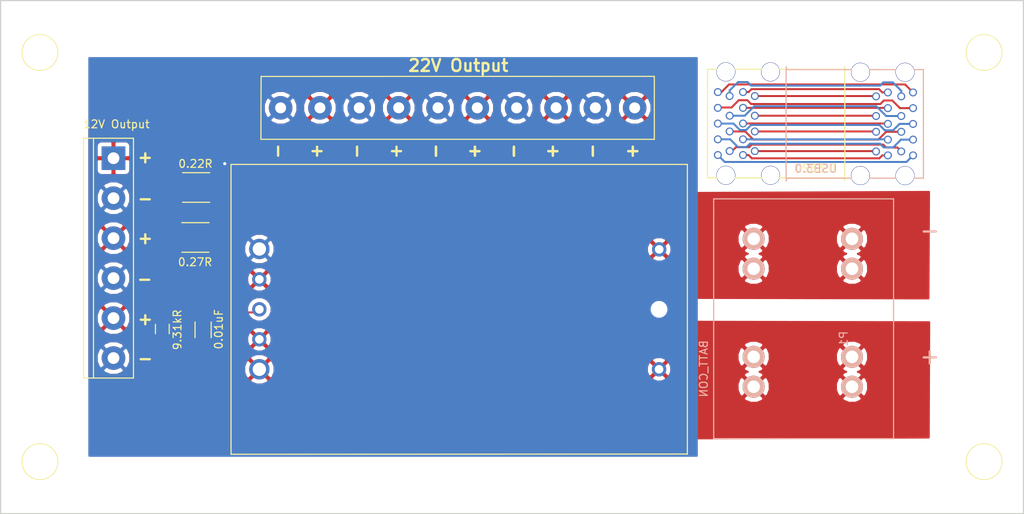
<source format=kicad_pcb>
(kicad_pcb (version 4) (host pcbnew 4.0.7)

  (general
    (links 0)
    (no_connects 0)
    (area 48.224999 104.724999 178.375001 166.075001)
    (thickness 1.6)
    (drawings 33)
    (tracks 103)
    (zones 0)
    (modules 14)
    (nets 25)
  )

  (page A4)
  (layers
    (0 F.Cu signal)
    (31 B.Cu signal)
    (32 B.Adhes user)
    (33 F.Adhes user)
    (34 B.Paste user)
    (35 F.Paste user)
    (36 B.SilkS user)
    (37 F.SilkS user)
    (38 B.Mask user)
    (39 F.Mask user)
    (40 Dwgs.User user)
    (41 Cmts.User user)
    (42 Eco1.User user)
    (43 Eco2.User user)
    (44 Edge.Cuts user)
    (45 Margin user)
    (46 B.CrtYd user)
    (47 F.CrtYd user)
    (48 B.Fab user hide)
    (49 F.Fab user hide)
  )

  (setup
    (last_trace_width 0.25)
    (trace_clearance 0.2)
    (zone_clearance 0.508)
    (zone_45_only no)
    (trace_min 0.2)
    (segment_width 0.2)
    (edge_width 0.15)
    (via_size 0.6)
    (via_drill 0.4)
    (via_min_size 0.4)
    (via_min_drill 0.3)
    (uvia_size 0.3)
    (uvia_drill 0.1)
    (uvias_allowed no)
    (uvia_min_size 0.2)
    (uvia_min_drill 0.1)
    (pcb_text_width 0.3)
    (pcb_text_size 1.5 1.5)
    (mod_edge_width 0.15)
    (mod_text_size 1 1)
    (mod_text_width 0.15)
    (pad_size 3.2 3.2)
    (pad_drill 3.2)
    (pad_to_mask_clearance 0.2)
    (aux_axis_origin 0 0)
    (visible_elements 7FFFFFFF)
    (pcbplotparams
      (layerselection 0x010f0_80000001)
      (usegerberextensions false)
      (excludeedgelayer true)
      (linewidth 0.100000)
      (plotframeref false)
      (viasonmask false)
      (mode 1)
      (useauxorigin false)
      (hpglpennumber 1)
      (hpglpenspeed 20)
      (hpglpendiameter 15)
      (hpglpenoverlay 2)
      (psnegative false)
      (psa4output false)
      (plotreference true)
      (plotvalue true)
      (plotinvisibletext false)
      (padsonsilk false)
      (subtractmaskfromsilk true)
      (outputformat 1)
      (mirror false)
      (drillshape 0)
      (scaleselection 1)
      (outputdirectory GERBERS))
  )

  (net 0 "")
  (net 1 /-Vout)
  (net 2 "Net-(0.22-Pad2)")
  (net 3 "Net-(0.27-Pad2)")
  (net 4 "Net-(9.3182-Pad2)")
  (net 5 GND)
  (net 6 "Net-(P1-Pad2)")
  (net 7 "Net-(USB1-Pad4)")
  (net 8 "Net-(USB1-Pad1)")
  (net 9 "Net-(USB1-Pad2)")
  (net 10 "Net-(USB1-Pad3)")
  (net 11 "Net-(USB1-Pad5)")
  (net 12 "Net-(USB1-Pad6)")
  (net 13 "Net-(USB1-Pad7)")
  (net 14 "Net-(USB1-Pad8)")
  (net 15 "Net-(USB1-Pad9)")
  (net 16 "Net-(USB1-Pad10)")
  (net 17 "Net-(USB1-Pad11)")
  (net 18 "Net-(USB1-Pad12)")
  (net 19 "Net-(USB1-Pad13)")
  (net 20 "Net-(USB1-Pad14)")
  (net 21 "Net-(USB1-Pad15)")
  (net 22 "Net-(USB1-Pad16)")
  (net 23 "Net-(USB1-Pad17)")
  (net 24 "Net-(USB1-Pad18)")

  (net_class Default "This is the default net class."
    (clearance 0.2)
    (trace_width 0.25)
    (via_dia 0.6)
    (via_drill 0.4)
    (uvia_dia 0.3)
    (uvia_drill 0.1)
    (add_net /-Vout)
    (add_net GND)
    (add_net "Net-(0.22-Pad2)")
    (add_net "Net-(0.27-Pad2)")
    (add_net "Net-(9.3182-Pad2)")
    (add_net "Net-(P1-Pad2)")
    (add_net "Net-(USB1-Pad1)")
    (add_net "Net-(USB1-Pad10)")
    (add_net "Net-(USB1-Pad11)")
    (add_net "Net-(USB1-Pad12)")
    (add_net "Net-(USB1-Pad13)")
    (add_net "Net-(USB1-Pad14)")
    (add_net "Net-(USB1-Pad15)")
    (add_net "Net-(USB1-Pad16)")
    (add_net "Net-(USB1-Pad17)")
    (add_net "Net-(USB1-Pad18)")
    (add_net "Net-(USB1-Pad2)")
    (add_net "Net-(USB1-Pad3)")
    (add_net "Net-(USB1-Pad4)")
    (add_net "Net-(USB1-Pad5)")
    (add_net "Net-(USB1-Pad6)")
    (add_net "Net-(USB1-Pad7)")
    (add_net "Net-(USB1-Pad8)")
    (add_net "Net-(USB1-Pad9)")
  )

  (module Connect:1pin (layer F.Cu) (tedit 5AE68599) (tstamp 5AE6A36C)
    (at 173.3 109.4)
    (descr "module 1 pin (ou trou mecanique de percage)")
    (tags DEV)
    (fp_text reference REF** (at 0 -3.048) (layer F.SilkS) hide
      (effects (font (size 1 1) (thickness 0.15)))
    )
    (fp_text value 1pin (at 0 3) (layer F.Fab)
      (effects (font (size 1 1) (thickness 0.15)))
    )
    (fp_circle (center 0 0) (end 2 0.8) (layer F.Fab) (width 0.1))
    (fp_circle (center 0 0) (end 2.6 0) (layer F.CrtYd) (width 0.05))
    (fp_circle (center 0 0) (end 0 -2.286) (layer F.SilkS) (width 0.12))
    (pad "" np_thru_hole circle (at 0 0) (size 3.2 3.2) (drill 3.2) (layers *.Cu *.Mask))
  )

  (module Connect:1pin (layer F.Cu) (tedit 5AE68599) (tstamp 5AE6A365)
    (at 173.3 161.4)
    (descr "module 1 pin (ou trou mecanique de percage)")
    (tags DEV)
    (fp_text reference REF** (at 0 -3.048) (layer F.SilkS) hide
      (effects (font (size 1 1) (thickness 0.15)))
    )
    (fp_text value 1pin (at 0 3) (layer F.Fab)
      (effects (font (size 1 1) (thickness 0.15)))
    )
    (fp_circle (center 0 0) (end 2 0.8) (layer F.Fab) (width 0.1))
    (fp_circle (center 0 0) (end 2.6 0) (layer F.CrtYd) (width 0.05))
    (fp_circle (center 0 0) (end 0 -2.286) (layer F.SilkS) (width 0.12))
    (pad "" np_thru_hole circle (at 0 0) (size 3.2 3.2) (drill 3.2) (layers *.Cu *.Mask))
  )

  (module Connect:1pin (layer F.Cu) (tedit 5AE68599) (tstamp 5AE68702)
    (at 53.3 161.4)
    (descr "module 1 pin (ou trou mecanique de percage)")
    (tags DEV)
    (fp_text reference REF** (at 0 -3.048) (layer F.SilkS) hide
      (effects (font (size 1 1) (thickness 0.15)))
    )
    (fp_text value 1pin (at 0 3) (layer F.Fab)
      (effects (font (size 1 1) (thickness 0.15)))
    )
    (fp_circle (center 0 0) (end 2 0.8) (layer F.Fab) (width 0.1))
    (fp_circle (center 0 0) (end 2.6 0) (layer F.CrtYd) (width 0.05))
    (fp_circle (center 0 0) (end 0 -2.286) (layer F.SilkS) (width 0.12))
    (pad "" np_thru_hole circle (at 0 0) (size 3.2 3.2) (drill 3.2) (layers *.Cu *.Mask))
  )

  (module Connect:1pin (layer F.Cu) (tedit 5AE68599) (tstamp 5AE686FA)
    (at 53.3 109.4)
    (descr "module 1 pin (ou trou mecanique de percage)")
    (tags DEV)
    (fp_text reference REF** (at 0 -3.048) (layer F.SilkS) hide
      (effects (font (size 1 1) (thickness 0.15)))
    )
    (fp_text value 1pin (at 0 3) (layer F.Fab)
      (effects (font (size 1 1) (thickness 0.15)))
    )
    (fp_circle (center 0 0) (end 2 0.8) (layer F.Fab) (width 0.1))
    (fp_circle (center 0 0) (end 2.6 0) (layer F.CrtYd) (width 0.05))
    (fp_circle (center 0 0) (end 0 -2.286) (layer F.SilkS) (width 0.12))
    (pad "" np_thru_hole circle (at 0 0) (size 3.2 3.2) (drill 3.2) (layers *.Cu *.Mask))
  )

  (module Capacitors_SMD:C_1206 (layer F.Cu) (tedit 5AE6A567) (tstamp 5AE0D79C)
    (at 74.038032 144.643286 90)
    (descr "Capacitor SMD 1206, reflow soldering, AVX (see smccp.pdf)")
    (tags "capacitor 1206")
    (path /5AC54A7E)
    (attr smd)
    (fp_text reference 0.01uF (at 0.073286 1.981968 90) (layer F.SilkS)
      (effects (font (size 1 1) (thickness 0.15)))
    )
    (fp_text value 0.01uF (at 0 2.3 90) (layer F.Fab)
      (effects (font (size 1 1) (thickness 0.15)))
    )
    (fp_line (start -1.6 0.8) (end -1.6 -0.8) (layer F.Fab) (width 0.15))
    (fp_line (start 1.6 0.8) (end -1.6 0.8) (layer F.Fab) (width 0.15))
    (fp_line (start 1.6 -0.8) (end 1.6 0.8) (layer F.Fab) (width 0.15))
    (fp_line (start -1.6 -0.8) (end 1.6 -0.8) (layer F.Fab) (width 0.15))
    (fp_line (start -2.3 -1.15) (end 2.3 -1.15) (layer F.CrtYd) (width 0.05))
    (fp_line (start -2.3 1.15) (end 2.3 1.15) (layer F.CrtYd) (width 0.05))
    (fp_line (start -2.3 -1.15) (end -2.3 1.15) (layer F.CrtYd) (width 0.05))
    (fp_line (start 2.3 -1.15) (end 2.3 1.15) (layer F.CrtYd) (width 0.05))
    (fp_line (start 1 -1.025) (end -1 -1.025) (layer F.SilkS) (width 0.15))
    (fp_line (start -1 1.025) (end 1 1.025) (layer F.SilkS) (width 0.15))
    (pad 1 smd rect (at -1.5 0 90) (size 1 1.6) (layers F.Cu F.Paste F.Mask)
      (net 3 "Net-(0.27-Pad2)"))
    (pad 2 smd rect (at 1.5 0 90) (size 1 1.6) (layers F.Cu F.Paste F.Mask)
      (net 4 "Net-(9.3182-Pad2)"))
    (model Capacitors_SMD.3dshapes/C_1206.wrl
      (at (xyz 0 0 0))
      (scale (xyz 1 1 1))
      (rotate (xyz 0 0 0))
    )
  )

  (module USST-footprints:TerminalBlock_Pheonix_PT-5mm_6pol (layer F.Cu) (tedit 5AE6A505) (tstamp 5AE0D7C3)
    (at 62.6491 122.8344 270)
    (path /5AC95135)
    (fp_text reference J2 (at 13.97 -3.81 270) (layer F.SilkS) hide
      (effects (font (size 1 1) (thickness 0.15)))
    )
    (fp_text value "12V Output" (at -4.3244 -0.3709 360) (layer F.SilkS)
      (effects (font (size 1 1) (thickness 0.15)))
    )
    (fp_line (start 27.94 3.81) (end 27.94 2.54) (layer F.SilkS) (width 0.15))
    (fp_line (start -2.54 3.81) (end 27.94 3.81) (layer F.SilkS) (width 0.15))
    (fp_line (start -2.54 2.54) (end -2.54 3.81) (layer F.SilkS) (width 0.15))
    (fp_line (start -2.54 2.54) (end -1.27 2.54) (layer F.SilkS) (width 0.15))
    (fp_line (start -2.54 -2.54) (end -2.54 2.54) (layer F.SilkS) (width 0.15))
    (fp_line (start -1.27 -2.54) (end -2.54 -2.54) (layer F.SilkS) (width 0.15))
    (fp_line (start 27.94 2.54) (end 26.67 2.54) (layer F.SilkS) (width 0.15))
    (fp_line (start 27.94 -2.54) (end 27.94 2.54) (layer F.SilkS) (width 0.15))
    (fp_line (start 26.67 -2.54) (end 27.94 -2.54) (layer F.SilkS) (width 0.15))
    (fp_line (start 26.67 -2.54) (end -1.27 -2.54) (layer F.SilkS) (width 0.15))
    (fp_line (start -1.27 2.54) (end 26.67 2.54) (layer F.SilkS) (width 0.15))
    (pad 1 thru_hole rect (at 0 0 270) (size 3 3) (drill 1.5) (layers *.Cu *.Mask)
      (net 2 "Net-(0.22-Pad2)"))
    (pad 2 thru_hole circle (at 5.08 0 270) (size 3 3) (drill 1.5) (layers *.Cu *.Mask)
      (net 1 /-Vout))
    (pad 3 thru_hole circle (at 10.16 0 270) (size 3 3) (drill 1.5) (layers *.Cu *.Mask)
      (net 2 "Net-(0.22-Pad2)"))
    (pad 4 thru_hole circle (at 15.24 0 270) (size 3 3) (drill 1.5) (layers *.Cu *.Mask)
      (net 1 /-Vout))
    (pad 5 thru_hole circle (at 20.32 0 270) (size 3 3) (drill 1.5) (layers *.Cu *.Mask)
      (net 2 "Net-(0.22-Pad2)"))
    (pad 6 thru_hole circle (at 25.4 0 270) (size 3 3) (drill 1.5) (layers *.Cu *.Mask)
      (net 1 /-Vout))
  )

  (module USST-footprints:Phoenix_Contact_1770539 (layer B.Cu) (tedit 5AE0EADD) (tstamp 5AE0D7D4)
    (at 144.0148 133.0806 270)
    (path /5AC864F2)
    (fp_text reference P1 (at 12.7 -11.43 270) (layer B.SilkS)
      (effects (font (size 1 1) (thickness 0.15)) (justify mirror))
    )
    (fp_text value BATT_CON (at 16.51 6.35 270) (layer B.SilkS)
      (effects (font (size 1 1) (thickness 0.15)) (justify mirror))
    )
    (fp_line (start -5.08 5.08) (end -3.81 5.08) (layer B.SilkS) (width 0.15))
    (fp_line (start -5.08 -17.78) (end -5.08 5.08) (layer B.SilkS) (width 0.15))
    (fp_line (start 25.4 -17.78) (end -5.08 -17.78) (layer B.SilkS) (width 0.15))
    (fp_line (start 25.4 5.08) (end 25.4 -17.78) (layer B.SilkS) (width 0.15))
    (fp_line (start -3.81 5.08) (end 25.4 5.08) (layer B.SilkS) (width 0.15))
    (pad 1 thru_hole circle (at 0 0 270) (size 2.8 2.8) (drill 1.6) (layers *.Cu *.Mask B.SilkS)
      (net 5 GND))
    (pad 1 thru_hole circle (at 3.8 0 270) (size 2.8 2.8) (drill 1.6) (layers *.Cu *.Mask B.SilkS)
      (net 5 GND))
    (pad 1 thru_hole circle (at 0 -12.5 270) (size 2.8 2.8) (drill 1.6) (layers *.Cu *.Mask B.SilkS)
      (net 5 GND))
    (pad 1 thru_hole circle (at 3.8 -12.5 270) (size 2.8 2.8) (drill 1.6) (layers *.Cu *.Mask B.SilkS)
      (net 5 GND))
    (pad 2 thru_hole circle (at 15 0 270) (size 2.8 2.8) (drill 1.6) (layers *.Cu *.Mask B.SilkS)
      (net 6 "Net-(P1-Pad2)"))
    (pad 2 thru_hole circle (at 18.8 0 270) (size 2.8 2.8) (drill 1.6) (layers *.Cu *.Mask B.SilkS)
      (net 6 "Net-(P1-Pad2)"))
    (pad 2 thru_hole circle (at 15 -12.5 270) (size 2.8 2.8) (drill 1.6) (layers *.Cu *.Mask B.SilkS)
      (net 6 "Net-(P1-Pad2)"))
    (pad 2 thru_hole circle (at 18.8 -12.5 270) (size 2.8 2.8) (drill 1.6) (layers *.Cu *.Mask B.SilkS)
      (net 6 "Net-(P1-Pad2)"))
  )

  (module USST-footprints:IQL24040A050V_Power_Supply (layer F.Cu) (tedit 5AE6A5E6) (tstamp 5AE0D7E4)
    (at 81.1887 149.662 180)
    (path /5AC545D9)
    (fp_text reference U1 (at -25.73 27.37 180) (layer F.SilkS) hide
      (effects (font (size 1 1) (thickness 0.15)))
    )
    (fp_text value IQL24040A050V-009-R-ND (at -25.82 24.43 180) (layer F.Fab)
      (effects (font (size 1 1) (thickness 0.15)))
    )
    (fp_line (start -54.36 -10.77) (end 3.6 -10.8) (layer F.SilkS) (width 0.15))
    (fp_line (start 3.6 -10.8) (end 3.6 26.04) (layer F.SilkS) (width 0.15))
    (fp_line (start 3.6 26.04) (end -54.4 26.04) (layer F.SilkS) (width 0.15))
    (fp_line (start -54.4 26.04) (end -54.4 -10.8) (layer F.SilkS) (width 0.15))
    (pad 8 thru_hole circle (at 0 0 180) (size 2.59 2.59) (drill 1.7) (layers *.Cu *.Mask)
      (net 3 "Net-(0.27-Pad2)"))
    (pad 4 thru_hole circle (at 0 15.29 180) (size 2.59 2.59) (drill 1.7) (layers *.Cu *.Mask)
      (net 1 /-Vout))
    (pad 7 thru_hole circle (at 0 3.81 180) (size 1.83 1.83) (drill 1.1) (layers *.Cu *.Mask)
      (net 3 "Net-(0.27-Pad2)"))
    (pad 6 thru_hole circle (at 0 7.62 180) (size 1.83 1.83) (drill 1.1) (layers *.Cu *.Mask)
      (net 4 "Net-(9.3182-Pad2)"))
    (pad 8 thru_hole circle (at 0 11.43 180) (size 1.83 1.83) (drill 1.1) (layers *.Cu *.Mask)
      (net 3 "Net-(0.27-Pad2)"))
    (pad 1 thru_hole circle (at -50.8 0 180) (size 1.83 1.83) (drill 1.1) (layers *.Cu *.Mask)
      (net 6 "Net-(P1-Pad2)"))
    (pad "" np_thru_hole circle (at -50.8 7.62 180) (size 1.1 1.1) (drill 1.1) (layers *.Cu *.Mask))
    (pad 3 thru_hole circle (at -50.82 15.24 180) (size 1.83 1.83) (drill 1.1) (layers *.Cu *.Mask)
      (net 5 GND))
  )

  (module Resistors_SMD:R_1812 (layer F.Cu) (tedit 5AE0E9E5) (tstamp 5AE0D77C)
    (at 73.05984 132.904538)
    (descr "Resistor SMD 1812, flow soldering, Panasonic (see ERJ12)")
    (tags "resistor 1812")
    (path /5AC54CA5)
    (attr smd)
    (fp_text reference 0.27R (at -0.03984 3.135462) (layer F.SilkS)
      (effects (font (size 1 1) (thickness 0.15)))
    )
    (fp_text value 0.27 (at 0 3.175) (layer F.Fab)
      (effects (font (size 1 1) (thickness 0.15)))
    )
    (fp_line (start -2.25 1.6) (end -2.25 -1.6) (layer F.Fab) (width 0.1))
    (fp_line (start 2.25 1.6) (end -2.25 1.6) (layer F.Fab) (width 0.1))
    (fp_line (start 2.25 -1.6) (end 2.25 1.6) (layer F.Fab) (width 0.1))
    (fp_line (start -2.25 -1.6) (end 2.25 -1.6) (layer F.Fab) (width 0.1))
    (fp_line (start -3.5052 -2.2352) (end 3.5052 -2.2352) (layer F.CrtYd) (width 0.05))
    (fp_line (start 3.5052 -2.2352) (end 3.5052 2.2352) (layer F.CrtYd) (width 0.05))
    (fp_line (start 3.5052 2.2352) (end -3.5052 2.2352) (layer F.CrtYd) (width 0.05))
    (fp_line (start -3.5052 2.2352) (end -3.5052 -2.2352) (layer F.CrtYd) (width 0.05))
    (fp_line (start -1.7272 1.8796) (end 1.7272 1.8796) (layer F.SilkS) (width 0.15))
    (fp_line (start -1.7272 -1.8796) (end 1.7272 -1.8796) (layer F.SilkS) (width 0.15))
    (pad 1 smd rect (at -2.4384 0) (size 1.6 3.5) (layers F.Cu F.Paste F.Mask)
      (net 2 "Net-(0.22-Pad2)"))
    (pad 2 smd rect (at 2.4384 0) (size 1.6 3.5) (layers F.Cu F.Paste F.Mask)
      (net 3 "Net-(0.27-Pad2)"))
  )

  (module Resistors_SMD:R_1812 (layer F.Cu) (tedit 5AE0E9F4) (tstamp 5AE0D76C)
    (at 73.16144 126.554538 180)
    (descr "Resistor SMD 1812, flow soldering, Panasonic (see ERJ12)")
    (tags "resistor 1812")
    (path /5AC54C78)
    (attr smd)
    (fp_text reference 0.22R (at 0.09144 3.014538 180) (layer F.SilkS)
      (effects (font (size 1 1) (thickness 0.15)))
    )
    (fp_text value 0.22 (at 0 3.175 180) (layer F.Fab)
      (effects (font (size 1 1) (thickness 0.15)))
    )
    (fp_line (start -2.25 1.6) (end -2.25 -1.6) (layer F.Fab) (width 0.1))
    (fp_line (start 2.25 1.6) (end -2.25 1.6) (layer F.Fab) (width 0.1))
    (fp_line (start 2.25 -1.6) (end 2.25 1.6) (layer F.Fab) (width 0.1))
    (fp_line (start -2.25 -1.6) (end 2.25 -1.6) (layer F.Fab) (width 0.1))
    (fp_line (start -3.5052 -2.2352) (end 3.5052 -2.2352) (layer F.CrtYd) (width 0.05))
    (fp_line (start 3.5052 -2.2352) (end 3.5052 2.2352) (layer F.CrtYd) (width 0.05))
    (fp_line (start 3.5052 2.2352) (end -3.5052 2.2352) (layer F.CrtYd) (width 0.05))
    (fp_line (start -3.5052 2.2352) (end -3.5052 -2.2352) (layer F.CrtYd) (width 0.05))
    (fp_line (start -1.7272 1.8796) (end 1.7272 1.8796) (layer F.SilkS) (width 0.15))
    (fp_line (start -1.7272 -1.8796) (end 1.7272 -1.8796) (layer F.SilkS) (width 0.15))
    (pad 1 smd rect (at -2.4384 0 180) (size 1.6 3.5) (layers F.Cu F.Paste F.Mask)
      (net 1 /-Vout))
    (pad 2 smd rect (at 2.4384 0 180) (size 1.6 3.5) (layers F.Cu F.Paste F.Mask)
      (net 2 "Net-(0.22-Pad2)"))
  )

  (module USST-footprints:Phoenix_Contact_Terminal_Block_1x10_1935242 (layer F.Cu) (tedit 5AE6A5D9) (tstamp 5AE0D7AE)
    (at 106.3887 116.432 180)
    (path /5AC943C7)
    (fp_text reference J1 (at 26.01 -0.1 270) (layer F.SilkS) hide
      (effects (font (size 1 1) (thickness 0.15)))
    )
    (fp_text value "22V Output" (at -0.22 5.59 180) (layer F.Fab)
      (effects (font (size 1 1) (thickness 0.15)))
    )
    (fp_line (start -25 -4) (end 25 -4) (layer F.SilkS) (width 0.15))
    (fp_line (start 25 -4) (end 24.98 3.99) (layer F.SilkS) (width 0.15))
    (fp_line (start 24.98 3.99) (end -25 4) (layer F.SilkS) (width 0.15))
    (fp_line (start -25 4) (end -25 -4) (layer F.SilkS) (width 0.15))
    (pad 1 thru_hole circle (at -22.5 0 180) (size 3 3) (drill 1.4) (layers *.Cu *.Mask)
      (net 3 "Net-(0.27-Pad2)"))
    (pad 2 thru_hole circle (at -17.51 0.01 180) (size 3 3) (drill 1.4) (layers *.Cu *.Mask)
      (net 1 /-Vout))
    (pad 3 thru_hole circle (at -12.51 0.01 180) (size 3 3) (drill 1.4) (layers *.Cu *.Mask)
      (net 3 "Net-(0.27-Pad2)"))
    (pad 4 thru_hole circle (at -7.5 0 180) (size 3 3) (drill 1.4) (layers *.Cu *.Mask)
      (net 1 /-Vout))
    (pad 5 thru_hole circle (at -2.5 0 180) (size 3 3) (drill 1.4) (layers *.Cu *.Mask)
      (net 3 "Net-(0.27-Pad2)"))
    (pad 6 thru_hole circle (at 2.49 0.01 180) (size 3 3) (drill 1.4) (layers *.Cu *.Mask)
      (net 1 /-Vout))
    (pad 7 thru_hole circle (at 7.49 0.01 180) (size 3 3) (drill 1.4) (layers *.Cu *.Mask)
      (net 3 "Net-(0.27-Pad2)"))
    (pad 8 thru_hole circle (at 12.5 0 180) (size 3 3) (drill 1.4) (layers *.Cu *.Mask)
      (net 1 /-Vout))
    (pad 9 thru_hole circle (at 17.5 0 180) (size 3 3) (drill 1.4) (layers *.Cu *.Mask)
      (net 3 "Net-(0.27-Pad2)"))
    (pad 10 thru_hole circle (at 22.5 0 180) (size 3 3) (drill 1.4) (layers *.Cu *.Mask)
      (net 1 /-Vout))
  )

  (module Resistors_SMD:R_0805 (layer F.Cu) (tedit 5AE0EA17) (tstamp 5AE0D78C)
    (at 68.856432 144.541686 90)
    (descr "Resistor SMD 0805, reflow soldering, Vishay (see dcrcw.pdf)")
    (tags "resistor 0805")
    (path /5AC54BDD)
    (attr smd)
    (fp_text reference 9.31kR (at -0.098314 1.913568 270) (layer F.SilkS)
      (effects (font (size 1 1) (thickness 0.15)))
    )
    (fp_text value 9.3182 (at 0 2.1 180) (layer F.Fab)
      (effects (font (size 1 1) (thickness 0.15)))
    )
    (fp_line (start -1 0.625) (end -1 -0.625) (layer F.Fab) (width 0.1))
    (fp_line (start 1 0.625) (end -1 0.625) (layer F.Fab) (width 0.1))
    (fp_line (start 1 -0.625) (end 1 0.625) (layer F.Fab) (width 0.1))
    (fp_line (start -1 -0.625) (end 1 -0.625) (layer F.Fab) (width 0.1))
    (fp_line (start -1.6 -1) (end 1.6 -1) (layer F.CrtYd) (width 0.05))
    (fp_line (start -1.6 1) (end 1.6 1) (layer F.CrtYd) (width 0.05))
    (fp_line (start -1.6 -1) (end -1.6 1) (layer F.CrtYd) (width 0.05))
    (fp_line (start 1.6 -1) (end 1.6 1) (layer F.CrtYd) (width 0.05))
    (fp_line (start 0.6 0.875) (end -0.6 0.875) (layer F.SilkS) (width 0.15))
    (fp_line (start -0.6 -0.875) (end 0.6 -0.875) (layer F.SilkS) (width 0.15))
    (pad 1 smd rect (at -0.95 0 90) (size 0.7 1.3) (layers F.Cu F.Paste F.Mask))
    (pad 2 smd rect (at 0.95 0 90) (size 0.7 1.3) (layers F.Cu F.Paste F.Mask)
      (net 4 "Net-(9.3182-Pad2)"))
    (model Resistors_SMD.3dshapes/R_0805.wrl
      (at (xyz 0 0 0))
      (scale (xyz 1 1 1))
      (rotate (xyz 0 0 0))
    )
  )

  (module USST-footprints:USB-A_3.0_Stacked_WM10420-ND (layer B.Cu) (tedit 5AE6A65D) (tstamp 5AE51885)
    (at 162.0745 119.0422)
    (path /5AE39247)
    (fp_text reference USB3.0 (at -10.14 5.12) (layer B.SilkS)
      (effects (font (size 1 1) (thickness 0.15)) (justify mirror))
    )
    (fp_text value CONN_02X09 (at -15.06 0.5 270) (layer B.Fab)
      (effects (font (size 1 1) (thickness 0.15)) (justify mirror))
    )
    (fp_arc (start -13.59 6.68) (end -13.6 6.33) (angle -90) (layer B.SilkS) (width 0.15))
    (fp_arc (start -13.6 -7.81) (end -13.94 -7.82) (angle -90) (layer B.SilkS) (width 0.15))
    (fp_line (start 3.51 -7.47) (end 3.52 6.33) (layer B.SilkS) (width 0.15))
    (fp_line (start 3.52 6.33) (end -13.94 6.33) (layer B.SilkS) (width 0.15))
    (fp_line (start -13.94 6.33) (end -13.94 -7.47) (layer B.SilkS) (width 0.15))
    (fp_line (start -13.94 -7.47) (end 3.52 -7.47) (layer B.SilkS) (width 0.15))
    (pad "" thru_hole circle (at -4.5 6) (size 2.4 2.4) (drill 2.3) (layers *.Cu *.Mask))
    (pad "" thru_hole circle (at 1.18 6) (size 2.4 2.4) (drill 2.3) (layers *.Cu *.Mask))
    (pad "" thru_hole circle (at 1.18 -7.14) (size 2.4 2.4) (drill 2.3) (layers *.Cu *.Mask))
    (pad "" thru_hole circle (at -4.49 -7.14) (size 2.4 2.4) (drill 2.3) (layers *.Cu *.Mask))
    (pad 4 thru_hole circle (at -2.5 -4.07) (size 1 1) (drill 0.7) (layers *.Cu *.Mask)
      (net 7 "Net-(USB1-Pad4)"))
    (pad 1 thru_hole circle (at -2.5 2.93) (size 1 1) (drill 0.7) (layers *.Cu *.Mask)
      (net 8 "Net-(USB1-Pad1)"))
    (pad 2 thru_hole circle (at -2.5 0.43) (size 1 1) (drill 0.7) (layers *.Cu *.Mask)
      (net 9 "Net-(USB1-Pad2)"))
    (pad 3 thru_hole circle (at -2.5 -1.57) (size 1 1) (drill 0.7) (layers *.Cu *.Mask)
      (net 10 "Net-(USB1-Pad3)"))
    (pad 5 thru_hole circle (at -1 -4.57) (size 1 1) (drill 0.7) (layers *.Cu *.Mask)
      (net 11 "Net-(USB1-Pad5)"))
    (pad 6 thru_hole circle (at -1 -2.57) (size 1 1) (drill 0.7) (layers *.Cu *.Mask)
      (net 12 "Net-(USB1-Pad6)"))
    (pad 7 thru_hole circle (at -1 -0.58) (size 1 1) (drill 0.7) (layers *.Cu *.Mask)
      (net 13 "Net-(USB1-Pad7)"))
    (pad 8 thru_hole circle (at -1 1.43) (size 1 1) (drill 0.7) (layers *.Cu *.Mask)
      (net 14 "Net-(USB1-Pad8)"))
    (pad 9 thru_hole circle (at -1 3.43) (size 1 1) (drill 0.7) (layers *.Cu *.Mask)
      (net 15 "Net-(USB1-Pad9)"))
    (pad 10 thru_hole circle (at 0.7 2.93) (size 1 1) (drill 0.7) (layers *.Cu *.Mask)
      (net 16 "Net-(USB1-Pad10)"))
    (pad 11 thru_hole circle (at 0.7 0.43) (size 1 1) (drill 0.7) (layers *.Cu *.Mask)
      (net 17 "Net-(USB1-Pad11)"))
    (pad 12 thru_hole circle (at 0.7 -1.57) (size 1 1) (drill 0.7) (layers *.Cu *.Mask)
      (net 18 "Net-(USB1-Pad12)"))
    (pad 13 thru_hole circle (at 0.7 -4.07) (size 1 1) (drill 0.7) (layers *.Cu *.Mask)
      (net 19 "Net-(USB1-Pad13)"))
    (pad 14 thru_hole circle (at 2.2 -4.57) (size 1 1) (drill 0.7) (layers *.Cu *.Mask)
      (net 20 "Net-(USB1-Pad14)"))
    (pad 15 thru_hole circle (at 2.2 -2.57) (size 1 1) (drill 0.7) (layers *.Cu *.Mask)
      (net 21 "Net-(USB1-Pad15)"))
    (pad 16 thru_hole circle (at 2.2 -0.57) (size 1 1) (drill 0.7) (layers *.Cu *.Mask)
      (net 22 "Net-(USB1-Pad16)"))
    (pad 17 thru_hole circle (at 2.2 1.43) (size 1 1) (drill 0.7) (layers *.Cu *.Mask)
      (net 23 "Net-(USB1-Pad17)"))
    (pad 18 thru_hole circle (at 2.2 3.43) (size 1 1) (drill 0.7) (layers *.Cu *.Mask)
      (net 24 "Net-(USB1-Pad18)"))
  )

  (module USST-footprints:USB-A_3.0_Stacked_WM10420-ND (layer F.Cu) (tedit 5AE6A4D0) (tstamp 5AE518A5)
    (at 141.6616 119.0016 180)
    (path /5AE39209)
    (fp_text reference USB3.0 (at -10.14 -5.12 180) (layer F.SilkS)
      (effects (font (size 1 1) (thickness 0.15)))
    )
    (fp_text value CONN_02X09 (at -15.06 -0.5 270) (layer F.Fab)
      (effects (font (size 1 1) (thickness 0.15)))
    )
    (fp_arc (start -13.59 -6.68) (end -13.6 -6.33) (angle 90) (layer F.SilkS) (width 0.15))
    (fp_arc (start -13.6 7.81) (end -13.94 7.82) (angle 90) (layer F.SilkS) (width 0.15))
    (fp_line (start 3.51 7.47) (end 3.52 -6.33) (layer F.SilkS) (width 0.15))
    (fp_line (start 3.52 -6.33) (end -13.94 -6.33) (layer F.SilkS) (width 0.15))
    (fp_line (start -13.94 -6.33) (end -13.94 7.47) (layer F.SilkS) (width 0.15))
    (fp_line (start -13.94 7.47) (end 3.52 7.47) (layer F.SilkS) (width 0.15))
    (pad "" thru_hole circle (at -4.5 -6 180) (size 2.4 2.4) (drill 2.3) (layers *.Cu *.Mask))
    (pad "" thru_hole circle (at 1.18 -6 180) (size 2.4 2.4) (drill 2.3) (layers *.Cu *.Mask))
    (pad "" thru_hole circle (at 1.18 7.14 180) (size 2.4 2.4) (drill 2.3) (layers *.Cu *.Mask))
    (pad "" thru_hole circle (at -4.49 7.14 180) (size 2.4 2.4) (drill 2.3) (layers *.Cu *.Mask))
    (pad 4 thru_hole circle (at -2.5 4.07 180) (size 1 1) (drill 0.7) (layers *.Cu *.Mask)
      (net 7 "Net-(USB1-Pad4)"))
    (pad 1 thru_hole circle (at -2.5 -2.93 180) (size 1 1) (drill 0.7) (layers *.Cu *.Mask)
      (net 8 "Net-(USB1-Pad1)"))
    (pad 2 thru_hole circle (at -2.5 -0.43 180) (size 1 1) (drill 0.7) (layers *.Cu *.Mask)
      (net 9 "Net-(USB1-Pad2)"))
    (pad 3 thru_hole circle (at -2.5 1.57 180) (size 1 1) (drill 0.7) (layers *.Cu *.Mask)
      (net 10 "Net-(USB1-Pad3)"))
    (pad 5 thru_hole circle (at -1 4.57 180) (size 1 1) (drill 0.7) (layers *.Cu *.Mask)
      (net 11 "Net-(USB1-Pad5)"))
    (pad 6 thru_hole circle (at -1 2.57 180) (size 1 1) (drill 0.7) (layers *.Cu *.Mask)
      (net 12 "Net-(USB1-Pad6)"))
    (pad 7 thru_hole circle (at -1 0.58 180) (size 1 1) (drill 0.7) (layers *.Cu *.Mask)
      (net 13 "Net-(USB1-Pad7)"))
    (pad 8 thru_hole circle (at -1 -1.43 180) (size 1 1) (drill 0.7) (layers *.Cu *.Mask)
      (net 14 "Net-(USB1-Pad8)"))
    (pad 9 thru_hole circle (at -1 -3.43 180) (size 1 1) (drill 0.7) (layers *.Cu *.Mask)
      (net 15 "Net-(USB1-Pad9)"))
    (pad 10 thru_hole circle (at 0.7 -2.93 180) (size 1 1) (drill 0.7) (layers *.Cu *.Mask)
      (net 16 "Net-(USB1-Pad10)"))
    (pad 11 thru_hole circle (at 0.7 -0.43 180) (size 1 1) (drill 0.7) (layers *.Cu *.Mask)
      (net 17 "Net-(USB1-Pad11)"))
    (pad 12 thru_hole circle (at 0.7 1.57 180) (size 1 1) (drill 0.7) (layers *.Cu *.Mask)
      (net 18 "Net-(USB1-Pad12)"))
    (pad 13 thru_hole circle (at 0.7 4.07 180) (size 1 1) (drill 0.7) (layers *.Cu *.Mask)
      (net 19 "Net-(USB1-Pad13)"))
    (pad 14 thru_hole circle (at 2.2 4.57 180) (size 1 1) (drill 0.7) (layers *.Cu *.Mask)
      (net 20 "Net-(USB1-Pad14)"))
    (pad 15 thru_hole circle (at 2.2 2.57 180) (size 1 1) (drill 0.7) (layers *.Cu *.Mask)
      (net 21 "Net-(USB1-Pad15)"))
    (pad 16 thru_hole circle (at 2.2 0.57 180) (size 1 1) (drill 0.7) (layers *.Cu *.Mask)
      (net 22 "Net-(USB1-Pad16)"))
    (pad 17 thru_hole circle (at 2.2 -1.43 180) (size 1 1) (drill 0.7) (layers *.Cu *.Mask)
      (net 23 "Net-(USB1-Pad17)"))
    (pad 18 thru_hole circle (at 2.2 -3.43 180) (size 1 1) (drill 0.7) (layers *.Cu *.Mask)
      (net 24 "Net-(USB1-Pad18)"))
  )

  (gr_line (start 48.3 168) (end 178.3 168) (layer Edge.Cuts) (width 0.15))
  (gr_line (start 178.3 102.8) (end 48.3 102.8) (layer Edge.Cuts) (width 0.15))
  (gr_line (start 178.3 102.8) (end 178.3 168) (angle 90) (layer Edge.Cuts) (width 0.15) (tstamp 5AE6A44F))
  (gr_line (start 58.3 163) (end 168.3 163) (layer Dwgs.User) (width 0.2))
  (gr_line (start 168.3 107.8) (end 58.3 107.8) (layer Dwgs.User) (width 0.2))
  (gr_line (start 168.3 107.8) (end 168.3 163) (layer Dwgs.User) (width 0.2) (tstamp 5AE6A19B))
  (gr_line (start 58.3 107.8) (end 58.3 163) (layer Dwgs.User) (width 0.2))
  (gr_text - (at 166.4 132) (layer B.SilkS) (tstamp 5AE0EB32)
    (effects (font (size 2 2) (thickness 0.3)) (justify mirror))
  )
  (gr_text + (at 166.4 148) (layer B.SilkS)
    (effects (font (size 2 2) (thickness 0.3)) (justify mirror))
  )
  (gr_line (start 48.3 102.8) (end 48.3 168) (angle 90) (layer Edge.Cuts) (width 0.15))
  (gr_text + (at 66.6877 122.682) (layer F.SilkS)
    (effects (font (size 1.5 1.5) (thickness 0.3)))
  )
  (gr_text "-\n" (at 66.6877 127.9525) (layer F.SilkS)
    (effects (font (size 1.5 1.5) (thickness 0.3)))
  )
  (gr_text + (at 66.6877 132.969) (layer F.SilkS)
    (effects (font (size 1.5 1.5) (thickness 0.3)))
  )
  (gr_text "-\n" (at 66.6242 138.176) (layer F.SilkS)
    (effects (font (size 1.5 1.5) (thickness 0.3)))
  )
  (gr_text "-\n" (at 66.6877 148.2725) (layer F.SilkS)
    (effects (font (size 1.5 1.5) (thickness 0.3)))
  )
  (gr_text + (at 66.6877 143.256) (layer F.SilkS)
    (effects (font (size 1.5 1.5) (thickness 0.3)))
  )
  (gr_text + (at 128.549921 121.937621 90) (layer F.SilkS) (tstamp 5AE0EBC6)
    (effects (font (size 1.5 1.5) (thickness 0.3)))
  )
  (gr_text "-\n" (at 123.469921 121.937621 90) (layer F.SilkS) (tstamp 5AE0EBC5)
    (effects (font (size 1.5 1.5) (thickness 0.3)))
  )
  (gr_text + (at 118.389921 121.937621 90) (layer F.SilkS) (tstamp 5AE0EBC4)
    (effects (font (size 1.5 1.5) (thickness 0.3)))
  )
  (gr_text "-\n" (at 113.436921 121.937621 90) (layer F.SilkS) (tstamp 5AE0EBC3)
    (effects (font (size 1.5 1.5) (thickness 0.3)))
  )
  (gr_text + (at 108.483921 121.937621 90) (layer F.SilkS) (tstamp 5AE0EBC2)
    (effects (font (size 1.5 1.5) (thickness 0.3)))
  )
  (gr_text "-\n" (at 103.530921 121.937621 90) (layer F.SilkS) (tstamp 5AE0EBC1)
    (effects (font (size 1.5 1.5) (thickness 0.3)))
  )
  (gr_text "-\n" (at 83.464921 121.937621 90) (layer F.SilkS)
    (effects (font (size 1.5 1.5) (thickness 0.3)))
  )
  (gr_text + (at 88.417921 121.937621 90) (layer F.SilkS)
    (effects (font (size 1.5 1.5) (thickness 0.3)))
  )
  (gr_text "-\n" (at 93.497921 121.937621 90) (layer F.SilkS)
    (effects (font (size 1.5 1.5) (thickness 0.3)))
  )
  (gr_text + (at 98.514421 121.937621 90) (layer F.SilkS)
    (effects (font (size 1.5 1.5) (thickness 0.3)))
  )
  (gr_text "-\n" (at 103.530921 121.937621 90) (layer F.SilkS)
    (effects (font (size 1.5 1.5) (thickness 0.3)))
  )
  (gr_text + (at 108.483921 121.937621 90) (layer F.SilkS)
    (effects (font (size 1.5 1.5) (thickness 0.3)))
  )
  (gr_text "-\n" (at 113.436921 121.937621 90) (layer F.SilkS)
    (effects (font (size 1.5 1.5) (thickness 0.3)))
  )
  (gr_text + (at 118.389921 121.937621 90) (layer F.SilkS)
    (effects (font (size 1.5 1.5) (thickness 0.3)))
  )
  (gr_text "-\n" (at 123.469921 121.937621 90) (layer F.SilkS)
    (effects (font (size 1.5 1.5) (thickness 0.3)))
  )
  (gr_text + (at 128.549921 121.937621 90) (layer F.SilkS)
    (effects (font (size 1.5 1.5) (thickness 0.3)))
  )
  (gr_text "22V Output\n" (at 106.48 111.06) (layer F.SilkS)
    (effects (font (size 1.5 1.5) (thickness 0.3)))
  )

  (segment (start 75.59984 126.554538) (end 75.59984 125.604538) (width 0.25) (layer F.Cu) (net 1))
  (segment (start 75.59984 125.604538) (end 76.7887 124.415678) (width 0.25) (layer F.Cu) (net 1))
  (via (at 76.7887 123.532) (size 0.6) (drill 0.4) (layers F.Cu B.Cu) (net 1))
  (segment (start 76.7887 124.415678) (end 76.7887 123.532) (width 0.25) (layer F.Cu) (net 1))
  (segment (start 78.275702 134.632) (end 78.6887 134.632) (width 0.25) (layer F.Cu) (net 3))
  (segment (start 75.49824 132.904538) (end 76.54824 132.904538) (width 0.25) (layer F.Cu) (net 3))
  (segment (start 76.54824 132.904538) (end 78.275702 134.632) (width 0.25) (layer F.Cu) (net 3))
  (segment (start 74.038032 143.143286) (end 69.304832 143.143286) (width 0.25) (layer F.Cu) (net 4))
  (segment (start 69.304832 143.143286) (end 68.856432 143.591686) (width 0.25) (layer F.Cu) (net 4))
  (segment (start 81.1887 142.432) (end 74.749318 142.432) (width 0.25) (layer F.Cu) (net 4))
  (segment (start 74.749318 142.432) (end 74.038032 143.143286) (width 0.25) (layer F.Cu) (net 4))
  (segment (start 159.5339 114.9316) (end 159.5745 114.9722) (width 0.25) (layer F.Cu) (net 7))
  (segment (start 144.1616 114.9316) (end 159.5339 114.9316) (width 0.25) (layer F.Cu) (net 7))
  (segment (start 144.1616 121.9316) (end 159.5339 121.9316) (width 0.25) (layer F.Cu) (net 8))
  (segment (start 159.5339 121.9316) (end 159.5745 121.9722) (width 0.25) (layer F.Cu) (net 8))
  (segment (start 144.1616 119.4316) (end 159.5339 119.4316) (width 0.25) (layer F.Cu) (net 9))
  (segment (start 159.5339 119.4316) (end 159.5745 119.4722) (width 0.25) (layer F.Cu) (net 9))
  (segment (start 144.1616 117.4316) (end 159.5339 117.4316) (width 0.25) (layer F.Cu) (net 10))
  (segment (start 159.5339 117.4316) (end 159.5745 117.4722) (width 0.25) (layer F.Cu) (net 10))
  (segment (start 143.743696 114.05661) (end 159.951804 114.05661) (width 0.25) (layer F.Cu) (net 11))
  (segment (start 142.6616 114.4316) (end 143.368706 114.4316) (width 0.25) (layer F.Cu) (net 11))
  (segment (start 159.951804 114.05661) (end 160.367394 114.4722) (width 0.25) (layer F.Cu) (net 11))
  (segment (start 143.368706 114.4316) (end 143.743696 114.05661) (width 0.25) (layer F.Cu) (net 11))
  (segment (start 160.367394 114.4722) (end 161.0745 114.4722) (width 0.25) (layer F.Cu) (net 11))
  (segment (start 142.6616 116.4316) (end 161.0339 116.4316) (width 0.25) (layer F.Cu) (net 12))
  (segment (start 161.0339 116.4316) (end 161.0745 116.4722) (width 0.25) (layer F.Cu) (net 12))
  (segment (start 142.6616 118.4216) (end 161.0339 118.4216) (width 0.25) (layer F.Cu) (net 13))
  (segment (start 161.0339 118.4216) (end 161.0745 118.4622) (width 0.25) (layer F.Cu) (net 13))
  (segment (start 142.6616 120.4316) (end 161.0339 120.4316) (width 0.25) (layer B.Cu) (net 14))
  (segment (start 161.0339 120.4316) (end 161.0745 120.4722) (width 0.25) (layer F.Cu) (net 14))
  (segment (start 142.6616 122.4316) (end 143.368706 122.4316) (width 0.25) (layer F.Cu) (net 15))
  (segment (start 143.368706 122.4316) (end 143.784296 122.84719) (width 0.25) (layer F.Cu) (net 15))
  (segment (start 143.784296 122.84719) (end 159.992404 122.84719) (width 0.25) (layer F.Cu) (net 15))
  (segment (start 159.992404 122.84719) (end 160.367394 122.4722) (width 0.25) (layer F.Cu) (net 15))
  (segment (start 160.367394 122.4722) (end 161.0745 122.4722) (width 0.25) (layer F.Cu) (net 15))
  (segment (start 140.9616 121.9316) (end 141.264849 121.9316) (width 0.25) (layer F.Cu) (net 16))
  (segment (start 141.264849 121.9316) (end 141.764848 121.431601) (width 0.25) (layer F.Cu) (net 16))
  (segment (start 141.764848 121.431601) (end 143.440597 121.431601) (width 0.25) (layer F.Cu) (net 16))
  (segment (start 143.440597 121.431601) (end 143.765599 121.106599) (width 0.25) (layer F.Cu) (net 16))
  (segment (start 143.765599 121.106599) (end 160.487897 121.106599) (width 0.25) (layer F.Cu) (net 16))
  (segment (start 160.487897 121.106599) (end 160.853499 121.472201) (width 0.25) (layer F.Cu) (net 16))
  (segment (start 160.853499 121.472201) (end 162.274501 121.472201) (width 0.25) (layer F.Cu) (net 16))
  (segment (start 162.274501 121.472201) (end 162.7745 121.9722) (width 0.25) (layer F.Cu) (net 16))
  (segment (start 140.9616 119.4316) (end 142.940598 119.4316) (width 0.25) (layer F.Cu) (net 17))
  (segment (start 160.853498 119.4722) (end 162.067394 119.4722) (width 0.25) (layer F.Cu) (net 17))
  (segment (start 162.067394 119.4722) (end 162.7745 119.4722) (width 0.25) (layer F.Cu) (net 17))
  (segment (start 142.940598 119.4316) (end 143.976061 120.467063) (width 0.25) (layer F.Cu) (net 17))
  (segment (start 143.976061 120.467063) (end 159.858635 120.467063) (width 0.25) (layer F.Cu) (net 17))
  (segment (start 159.858635 120.467063) (end 160.853498 119.4722) (width 0.25) (layer F.Cu) (net 17))
  (segment (start 160.853498 117.4722) (end 162.067394 117.4722) (width 0.25) (layer B.Cu) (net 18))
  (segment (start 162.067394 117.4722) (end 162.7745 117.4722) (width 0.25) (layer B.Cu) (net 18))
  (segment (start 159.611698 116.2304) (end 160.853498 117.4722) (width 0.25) (layer B.Cu) (net 18))
  (segment (start 140.9616 117.4316) (end 142.882602 117.4316) (width 0.25) (layer B.Cu) (net 18))
  (segment (start 142.882602 117.4316) (end 144.083802 116.2304) (width 0.25) (layer B.Cu) (net 18))
  (segment (start 144.083802 116.2304) (end 159.611698 116.2304) (width 0.25) (layer B.Cu) (net 18))
  (segment (start 143.694011 113.606599) (end 160.082689 113.606599) (width 0.25) (layer B.Cu) (net 19))
  (segment (start 162.7745 114.265094) (end 162.7745 114.9722) (width 0.25) (layer B.Cu) (net 19))
  (segment (start 140.9616 114.9316) (end 140.9616 114.224494) (width 0.25) (layer B.Cu) (net 19))
  (segment (start 142.029506 113.156588) (end 143.244001 113.156588) (width 0.25) (layer B.Cu) (net 19))
  (segment (start 140.9616 114.224494) (end 142.029506 113.156588) (width 0.25) (layer B.Cu) (net 19))
  (segment (start 143.244001 113.156588) (end 143.694011 113.606599) (width 0.25) (layer B.Cu) (net 19))
  (segment (start 161.706594 113.197188) (end 162.7745 114.265094) (width 0.25) (layer B.Cu) (net 19))
  (segment (start 160.492099 113.197188) (end 161.706594 113.197188) (width 0.25) (layer B.Cu) (net 19))
  (segment (start 160.082689 113.606599) (end 160.492099 113.197188) (width 0.25) (layer B.Cu) (net 19))
  (segment (start 139.4616 114.4316) (end 139.913605 114.4316) (width 0.25) (layer F.Cu) (net 20))
  (segment (start 139.913605 114.4316) (end 140.887689 113.457516) (width 0.25) (layer F.Cu) (net 20))
  (segment (start 140.887689 113.457516) (end 163.259816 113.457516) (width 0.25) (layer F.Cu) (net 20))
  (segment (start 163.259816 113.457516) (end 164.2745 114.4722) (width 0.25) (layer F.Cu) (net 20))
  (segment (start 139.4616 116.4316) (end 139.508003 116.385197) (width 0.25) (layer F.Cu) (net 21))
  (segment (start 142.122315 115.463372) (end 143.203922 115.463372) (width 0.25) (layer F.Cu) (net 21))
  (segment (start 139.508003 116.385197) (end 141.20049 116.385197) (width 0.25) (layer F.Cu) (net 21))
  (segment (start 160.56194 115.496029) (end 161.635551 115.496029) (width 0.25) (layer F.Cu) (net 21))
  (segment (start 141.20049 116.385197) (end 142.122315 115.463372) (width 0.25) (layer F.Cu) (net 21))
  (segment (start 143.203922 115.463372) (end 143.687725 115.947175) (width 0.25) (layer F.Cu) (net 21))
  (segment (start 143.687725 115.947175) (end 160.110794 115.947175) (width 0.25) (layer F.Cu) (net 21))
  (segment (start 161.635551 115.496029) (end 162.611722 116.4722) (width 0.25) (layer F.Cu) (net 21))
  (segment (start 160.110794 115.947175) (end 160.56194 115.496029) (width 0.25) (layer F.Cu) (net 21))
  (segment (start 163.567394 116.4722) (end 164.2745 116.4722) (width 0.25) (layer F.Cu) (net 21))
  (segment (start 162.611722 116.4722) (end 163.567394 116.4722) (width 0.25) (layer F.Cu) (net 21))
  (segment (start 160.678499 119.287201) (end 161.738497 119.287201) (width 0.25) (layer B.Cu) (net 22))
  (segment (start 159.997897 118.606599) (end 160.678499 119.287201) (width 0.25) (layer B.Cu) (net 22))
  (segment (start 163.567394 118.4722) (end 164.2745 118.4722) (width 0.25) (layer B.Cu) (net 22))
  (segment (start 162.553498 118.4722) (end 163.567394 118.4722) (width 0.25) (layer B.Cu) (net 22))
  (segment (start 161.738497 119.287201) (end 162.553498 118.4722) (width 0.25) (layer B.Cu) (net 22))
  (segment (start 139.4616 118.4316) (end 141.450598 118.4316) (width 0.25) (layer B.Cu) (net 22))
  (segment (start 142.265599 119.246601) (end 143.057601 119.246601) (width 0.25) (layer B.Cu) (net 22))
  (segment (start 143.057601 119.246601) (end 143.697603 118.606599) (width 0.25) (layer B.Cu) (net 22))
  (segment (start 141.450598 118.4316) (end 142.265599 119.246601) (width 0.25) (layer B.Cu) (net 22))
  (segment (start 143.697603 118.606599) (end 159.997897 118.606599) (width 0.25) (layer B.Cu) (net 22))
  (segment (start 139.4616 120.4316) (end 141.031865 120.4316) (width 0.25) (layer B.Cu) (net 23))
  (segment (start 143.106096 121.424246) (end 143.540342 120.99) (width 0.25) (layer B.Cu) (net 23))
  (segment (start 141.031865 120.4316) (end 142.024511 121.424246) (width 0.25) (layer B.Cu) (net 23))
  (segment (start 142.024511 121.424246) (end 143.106096 121.424246) (width 0.25) (layer B.Cu) (net 23))
  (segment (start 143.540342 120.99) (end 160.073167 120.99) (width 0.25) (layer B.Cu) (net 23))
  (segment (start 163.567394 120.4722) (end 164.2745 120.4722) (width 0.25) (layer B.Cu) (net 23))
  (segment (start 160.073167 120.99) (end 160.534051 121.450884) (width 0.25) (layer B.Cu) (net 23))
  (segment (start 160.534051 121.450884) (end 161.766118 121.450884) (width 0.25) (layer B.Cu) (net 23))
  (segment (start 161.766118 121.450884) (end 162.744802 120.4722) (width 0.25) (layer B.Cu) (net 23))
  (segment (start 162.744802 120.4722) (end 163.567394 120.4722) (width 0.25) (layer B.Cu) (net 23))
  (segment (start 139.4616 122.4316) (end 140.338291 123.308291) (width 0.25) (layer B.Cu) (net 24))
  (segment (start 140.338291 123.308291) (end 163.438409 123.308291) (width 0.25) (layer B.Cu) (net 24))
  (segment (start 163.438409 123.308291) (end 163.774501 122.972199) (width 0.25) (layer B.Cu) (net 24))
  (segment (start 163.774501 122.972199) (end 164.2745 122.4722) (width 0.25) (layer B.Cu) (net 24))

  (zone (net 1) (net_name /-Vout) (layer B.Cu) (tstamp 0) (hatch edge 0.508)
    (connect_pads (clearance 0.508))
    (min_thickness 0.254)
    (fill yes (arc_segments 16) (thermal_gap 0.508) (thermal_bridge_width 0.508))
    (polygon
      (pts
        (xy 59.4487 109.982) (xy 59.4487 160.782) (xy 136.9187 160.782) (xy 136.9187 109.982)
      )
    )
    (filled_polygon
      (pts
        (xy 136.7917 160.655) (xy 59.5757 160.655) (xy 59.5757 149.74837) (xy 61.314735 149.74837) (xy 61.474518 150.067139)
        (xy 62.265287 150.377123) (xy 63.114487 150.360897) (xy 63.823682 150.067139) (xy 63.835172 150.044216) (xy 79.258366 150.044216)
        (xy 79.551572 150.753829) (xy 80.094015 151.29722) (xy 80.803115 151.591664) (xy 81.570916 151.592334) (xy 82.280529 151.299128)
        (xy 82.82392 150.756685) (xy 83.118364 150.047585) (xy 83.118432 149.968961) (xy 130.438432 149.968961) (xy 130.673908 150.538857)
        (xy 131.109549 150.97526) (xy 131.679033 151.21173) (xy 132.295661 151.212268) (xy 132.865557 150.976792) (xy 133.30196 150.541151)
        (xy 133.53843 149.971667) (xy 133.538968 149.355039) (xy 133.303492 148.785143) (xy 132.867851 148.34874) (xy 132.298367 148.11227)
        (xy 131.681739 148.111732) (xy 131.111843 148.347208) (xy 130.67544 148.782849) (xy 130.43897 149.352333) (xy 130.438432 149.968961)
        (xy 83.118432 149.968961) (xy 83.119034 149.279784) (xy 82.825828 148.570171) (xy 82.283385 148.02678) (xy 81.574285 147.732336)
        (xy 80.806484 147.731666) (xy 80.096871 148.024872) (xy 79.55348 148.567315) (xy 79.259036 149.276415) (xy 79.258366 150.044216)
        (xy 63.835172 150.044216) (xy 63.983465 149.74837) (xy 62.6491 148.414005) (xy 61.314735 149.74837) (xy 59.5757 149.74837)
        (xy 59.5757 147.850587) (xy 60.506377 147.850587) (xy 60.522603 148.699787) (xy 60.816361 149.408982) (xy 61.13513 149.568765)
        (xy 62.469495 148.2344) (xy 62.828705 148.2344) (xy 64.16307 149.568765) (xy 64.481839 149.408982) (xy 64.791823 148.618213)
        (xy 64.775597 147.769013) (xy 64.481839 147.059818) (xy 64.16307 146.900035) (xy 62.828705 148.2344) (xy 62.469495 148.2344)
        (xy 61.13513 146.900035) (xy 60.816361 147.059818) (xy 60.506377 147.850587) (xy 59.5757 147.850587) (xy 59.5757 146.72043)
        (xy 61.314735 146.72043) (xy 62.6491 148.054795) (xy 63.983465 146.72043) (xy 63.823682 146.401661) (xy 63.204555 146.158961)
        (xy 79.638432 146.158961) (xy 79.873908 146.728857) (xy 80.309549 147.16526) (xy 80.879033 147.40173) (xy 81.495661 147.402268)
        (xy 82.065557 147.166792) (xy 82.50196 146.731151) (xy 82.73843 146.161667) (xy 82.738968 145.545039) (xy 82.503492 144.975143)
        (xy 82.067851 144.53874) (xy 81.498367 144.30227) (xy 80.881739 144.301732) (xy 80.311843 144.537208) (xy 79.87544 144.972849)
        (xy 79.63897 145.542333) (xy 79.638432 146.158961) (xy 63.204555 146.158961) (xy 63.032913 146.091677) (xy 62.183713 146.107903)
        (xy 61.474518 146.401661) (xy 61.314735 146.72043) (xy 59.5757 146.72043) (xy 59.5757 143.577215) (xy 60.51373 143.577215)
        (xy 60.83808 144.3622) (xy 61.438141 144.963309) (xy 62.222559 145.289028) (xy 63.071915 145.28977) (xy 63.8569 144.96542)
        (xy 64.458009 144.365359) (xy 64.783728 143.580941) (xy 64.78447 142.731585) (xy 64.626373 142.348961) (xy 79.638432 142.348961)
        (xy 79.873908 142.918857) (xy 80.309549 143.35526) (xy 80.879033 143.59173) (xy 81.495661 143.592268) (xy 82.065557 143.356792)
        (xy 82.50196 142.921151) (xy 82.73843 142.351667) (xy 82.738495 142.276677) (xy 130.803494 142.276677) (xy 130.98352 142.712372)
        (xy 131.316575 143.046009) (xy 131.751955 143.226794) (xy 132.223377 143.227206) (xy 132.659072 143.04718) (xy 132.992709 142.714125)
        (xy 133.173494 142.278745) (xy 133.173906 141.807323) (xy 132.99388 141.371628) (xy 132.660825 141.037991) (xy 132.225445 140.857206)
        (xy 131.754023 140.856794) (xy 131.318328 141.03682) (xy 130.984691 141.369875) (xy 130.803906 141.805255) (xy 130.803494 142.276677)
        (xy 82.738495 142.276677) (xy 82.738968 141.735039) (xy 82.503492 141.165143) (xy 82.067851 140.72874) (xy 81.498367 140.49227)
        (xy 80.881739 140.491732) (xy 80.311843 140.727208) (xy 79.87544 141.162849) (xy 79.63897 141.732333) (xy 79.638432 142.348961)
        (xy 64.626373 142.348961) (xy 64.46012 141.9466) (xy 63.860059 141.345491) (xy 63.075641 141.019772) (xy 62.226285 141.01903)
        (xy 61.4413 141.34338) (xy 60.840191 141.943441) (xy 60.514472 142.727859) (xy 60.51373 143.577215) (xy 59.5757 143.577215)
        (xy 59.5757 139.58837) (xy 61.314735 139.58837) (xy 61.474518 139.907139) (xy 62.265287 140.217123) (xy 63.114487 140.200897)
        (xy 63.823682 139.907139) (xy 63.983465 139.58837) (xy 62.6491 138.254005) (xy 61.314735 139.58837) (xy 59.5757 139.58837)
        (xy 59.5757 137.690587) (xy 60.506377 137.690587) (xy 60.522603 138.539787) (xy 60.816361 139.248982) (xy 61.13513 139.408765)
        (xy 62.469495 138.0744) (xy 62.828705 138.0744) (xy 64.16307 139.408765) (xy 64.481839 139.248982) (xy 64.760169 138.538961)
        (xy 79.638432 138.538961) (xy 79.873908 139.108857) (xy 80.309549 139.54526) (xy 80.879033 139.78173) (xy 81.495661 139.782268)
        (xy 82.065557 139.546792) (xy 82.50196 139.111151) (xy 82.73843 138.541667) (xy 82.738968 137.925039) (xy 82.503492 137.355143)
        (xy 82.067851 136.91874) (xy 81.498367 136.68227) (xy 80.881739 136.681732) (xy 80.311843 136.917208) (xy 79.87544 137.352849)
        (xy 79.63897 137.922333) (xy 79.638432 138.538961) (xy 64.760169 138.538961) (xy 64.791823 138.458213) (xy 64.775597 137.609013)
        (xy 64.481839 136.899818) (xy 64.16307 136.740035) (xy 62.828705 138.0744) (xy 62.469495 138.0744) (xy 61.13513 136.740035)
        (xy 60.816361 136.899818) (xy 60.506377 137.690587) (xy 59.5757 137.690587) (xy 59.5757 136.56043) (xy 61.314735 136.56043)
        (xy 62.6491 137.894795) (xy 63.983465 136.56043) (xy 63.823682 136.241661) (xy 63.032913 135.931677) (xy 62.183713 135.947903)
        (xy 61.474518 136.241661) (xy 61.314735 136.56043) (xy 59.5757 136.56043) (xy 59.5757 135.737846) (xy 80.002459 135.737846)
        (xy 80.137206 136.035322) (xy 80.853772 136.311099) (xy 81.621328 136.291665) (xy 82.240194 136.035322) (xy 82.374941 135.737846)
        (xy 81.1887 134.551605) (xy 80.002459 135.737846) (xy 59.5757 135.737846) (xy 59.5757 133.417215) (xy 60.51373 133.417215)
        (xy 60.83808 134.2022) (xy 61.438141 134.803309) (xy 62.222559 135.129028) (xy 63.071915 135.12977) (xy 63.8569 134.80542)
        (xy 64.458009 134.205359) (xy 64.527887 134.037072) (xy 79.249601 134.037072) (xy 79.269035 134.804628) (xy 79.525378 135.423494)
        (xy 79.822854 135.558241) (xy 81.009095 134.372) (xy 81.368305 134.372) (xy 82.554546 135.558241) (xy 82.852022 135.423494)
        (xy 83.119319 134.728961) (xy 130.458432 134.728961) (xy 130.693908 135.298857) (xy 131.129549 135.73526) (xy 131.699033 135.97173)
        (xy 132.315661 135.972268) (xy 132.885557 135.736792) (xy 133.32196 135.301151) (xy 133.55843 134.731667) (xy 133.558968 134.115039)
        (xy 133.323492 133.545143) (xy 132.887851 133.10874) (xy 132.318367 132.87227) (xy 131.701739 132.871732) (xy 131.131843 133.107208)
        (xy 130.69544 133.542849) (xy 130.45897 134.112333) (xy 130.458432 134.728961) (xy 83.119319 134.728961) (xy 83.127799 134.706928)
        (xy 83.108365 133.939372) (xy 82.852022 133.320506) (xy 82.554546 133.185759) (xy 81.368305 134.372) (xy 81.009095 134.372)
        (xy 79.822854 133.185759) (xy 79.525378 133.320506) (xy 79.249601 134.037072) (xy 64.527887 134.037072) (xy 64.783728 133.420941)
        (xy 64.78409 133.006154) (xy 80.002459 133.006154) (xy 81.1887 134.192395) (xy 82.374941 133.006154) (xy 82.240194 132.708678)
        (xy 81.523628 132.432901) (xy 80.756072 132.452335) (xy 80.137206 132.708678) (xy 80.002459 133.006154) (xy 64.78409 133.006154)
        (xy 64.78447 132.571585) (xy 64.46012 131.7866) (xy 63.860059 131.185491) (xy 63.075641 130.859772) (xy 62.226285 130.85903)
        (xy 61.4413 131.18338) (xy 60.840191 131.783441) (xy 60.514472 132.567859) (xy 60.51373 133.417215) (xy 59.5757 133.417215)
        (xy 59.5757 129.42837) (xy 61.314735 129.42837) (xy 61.474518 129.747139) (xy 62.265287 130.057123) (xy 63.114487 130.040897)
        (xy 63.823682 129.747139) (xy 63.983465 129.42837) (xy 62.6491 128.094005) (xy 61.314735 129.42837) (xy 59.5757 129.42837)
        (xy 59.5757 127.530587) (xy 60.506377 127.530587) (xy 60.522603 128.379787) (xy 60.816361 129.088982) (xy 61.13513 129.248765)
        (xy 62.469495 127.9144) (xy 62.828705 127.9144) (xy 64.16307 129.248765) (xy 64.481839 129.088982) (xy 64.791823 128.298213)
        (xy 64.775597 127.449013) (xy 64.481839 126.739818) (xy 64.16307 126.580035) (xy 62.828705 127.9144) (xy 62.469495 127.9144)
        (xy 61.13513 126.580035) (xy 60.816361 126.739818) (xy 60.506377 127.530587) (xy 59.5757 127.530587) (xy 59.5757 126.40043)
        (xy 61.314735 126.40043) (xy 62.6491 127.734795) (xy 63.983465 126.40043) (xy 63.823682 126.081661) (xy 63.032913 125.771677)
        (xy 62.183713 125.787903) (xy 61.474518 126.081661) (xy 61.314735 126.40043) (xy 59.5757 126.40043) (xy 59.5757 121.3344)
        (xy 60.50166 121.3344) (xy 60.50166 124.3344) (xy 60.545938 124.569717) (xy 60.68501 124.785841) (xy 60.89721 124.930831)
        (xy 61.1491 124.98184) (xy 64.1491 124.98184) (xy 64.384417 124.937562) (xy 64.600541 124.79849) (xy 64.745531 124.58629)
        (xy 64.79654 124.3344) (xy 64.79654 121.3344) (xy 64.752262 121.099083) (xy 64.61319 120.882959) (xy 64.40099 120.737969)
        (xy 64.1491 120.68696) (xy 61.1491 120.68696) (xy 60.913783 120.731238) (xy 60.697659 120.87031) (xy 60.552669 121.08251)
        (xy 60.50166 121.3344) (xy 59.5757 121.3344) (xy 59.5757 117.94597) (xy 82.554335 117.94597) (xy 82.714118 118.264739)
        (xy 83.504887 118.574723) (xy 84.354087 118.558497) (xy 85.063282 118.264739) (xy 85.223065 117.94597) (xy 83.8887 116.611605)
        (xy 82.554335 117.94597) (xy 59.5757 117.94597) (xy 59.5757 116.048187) (xy 81.745977 116.048187) (xy 81.762203 116.897387)
        (xy 82.055961 117.606582) (xy 82.37473 117.766365) (xy 83.709095 116.432) (xy 84.068305 116.432) (xy 85.40267 117.766365)
        (xy 85.721439 117.606582) (xy 86.016134 116.854815) (xy 86.75333 116.854815) (xy 87.07768 117.6398) (xy 87.677741 118.240909)
        (xy 88.462159 118.566628) (xy 89.311515 118.56737) (xy 90.0965 118.24302) (xy 90.394068 117.94597) (xy 92.554335 117.94597)
        (xy 92.714118 118.264739) (xy 93.504887 118.574723) (xy 94.354087 118.558497) (xy 95.063282 118.264739) (xy 95.223065 117.94597)
        (xy 93.8887 116.611605) (xy 92.554335 117.94597) (xy 90.394068 117.94597) (xy 90.697609 117.642959) (xy 91.023328 116.858541)
        (xy 91.024035 116.048187) (xy 91.745977 116.048187) (xy 91.762203 116.897387) (xy 92.055961 117.606582) (xy 92.37473 117.766365)
        (xy 93.709095 116.432) (xy 94.068305 116.432) (xy 95.40267 117.766365) (xy 95.721439 117.606582) (xy 96.020054 116.844815)
        (xy 96.76333 116.844815) (xy 97.08768 117.6298) (xy 97.687741 118.230909) (xy 98.472159 118.556628) (xy 99.321515 118.55737)
        (xy 100.1065 118.23302) (xy 100.404068 117.93597) (xy 102.564335 117.93597) (xy 102.724118 118.254739) (xy 103.514887 118.564723)
        (xy 104.364087 118.548497) (xy 105.073282 118.254739) (xy 105.233065 117.93597) (xy 103.8987 116.601605) (xy 102.564335 117.93597)
        (xy 100.404068 117.93597) (xy 100.707609 117.632959) (xy 101.033328 116.848541) (xy 101.034035 116.038187) (xy 101.755977 116.038187)
        (xy 101.772203 116.887387) (xy 102.065961 117.596582) (xy 102.38473 117.756365) (xy 103.719095 116.422) (xy 104.078305 116.422)
        (xy 105.41267 117.756365) (xy 105.731439 117.596582) (xy 106.022214 116.854815) (xy 106.75333 116.854815) (xy 107.07768 117.6398)
        (xy 107.677741 118.240909) (xy 108.462159 118.566628) (xy 109.311515 118.56737) (xy 110.0965 118.24302) (xy 110.394068 117.94597)
        (xy 112.554335 117.94597) (xy 112.714118 118.264739) (xy 113.504887 118.574723) (xy 114.354087 118.558497) (xy 115.063282 118.264739)
        (xy 115.223065 117.94597) (xy 113.8887 116.611605) (xy 112.554335 117.94597) (xy 110.394068 117.94597) (xy 110.697609 117.642959)
        (xy 111.023328 116.858541) (xy 111.024035 116.048187) (xy 111.745977 116.048187) (xy 111.762203 116.897387) (xy 112.055961 117.606582)
        (xy 112.37473 117.766365) (xy 113.709095 116.432) (xy 114.068305 116.432) (xy 115.40267 117.766365) (xy 115.721439 117.606582)
        (xy 116.020054 116.844815) (xy 116.76333 116.844815) (xy 117.08768 117.6298) (xy 117.687741 118.230909) (xy 118.472159 118.556628)
        (xy 119.321515 118.55737) (xy 120.1065 118.23302) (xy 120.404068 117.93597) (xy 122.564335 117.93597) (xy 122.724118 118.254739)
        (xy 123.514887 118.564723) (xy 124.364087 118.548497) (xy 125.073282 118.254739) (xy 125.233065 117.93597) (xy 123.8987 116.601605)
        (xy 122.564335 117.93597) (xy 120.404068 117.93597) (xy 120.707609 117.632959) (xy 121.033328 116.848541) (xy 121.034035 116.038187)
        (xy 121.755977 116.038187) (xy 121.772203 116.887387) (xy 122.065961 117.596582) (xy 122.38473 117.756365) (xy 123.719095 116.422)
        (xy 124.078305 116.422) (xy 125.41267 117.756365) (xy 125.731439 117.596582) (xy 126.022214 116.854815) (xy 126.75333 116.854815)
        (xy 127.07768 117.6398) (xy 127.677741 118.240909) (xy 128.462159 118.566628) (xy 129.311515 118.56737) (xy 130.0965 118.24302)
        (xy 130.697609 117.642959) (xy 131.023328 116.858541) (xy 131.02407 116.009185) (xy 130.69972 115.2242) (xy 130.099659 114.623091)
        (xy 129.315241 114.297372) (xy 128.465885 114.29663) (xy 127.6809 114.62098) (xy 127.079791 115.221041) (xy 126.754072 116.005459)
        (xy 126.75333 116.854815) (xy 126.022214 116.854815) (xy 126.041423 116.805813) (xy 126.025197 115.956613) (xy 125.731439 115.247418)
        (xy 125.41267 115.087635) (xy 124.078305 116.422) (xy 123.719095 116.422) (xy 122.38473 115.087635) (xy 122.065961 115.247418)
        (xy 121.755977 116.038187) (xy 121.034035 116.038187) (xy 121.03407 115.999185) (xy 120.70972 115.2142) (xy 120.404084 114.90803)
        (xy 122.564335 114.90803) (xy 123.8987 116.242395) (xy 125.233065 114.90803) (xy 125.073282 114.589261) (xy 124.282513 114.279277)
        (xy 123.433313 114.295503) (xy 122.724118 114.589261) (xy 122.564335 114.90803) (xy 120.404084 114.90803) (xy 120.109659 114.613091)
        (xy 119.325241 114.287372) (xy 118.475885 114.28663) (xy 117.6909 114.61098) (xy 117.089791 115.211041) (xy 116.764072 115.995459)
        (xy 116.76333 116.844815) (xy 116.020054 116.844815) (xy 116.031423 116.815813) (xy 116.015197 115.966613) (xy 115.721439 115.257418)
        (xy 115.40267 115.097635) (xy 114.068305 116.432) (xy 113.709095 116.432) (xy 112.37473 115.097635) (xy 112.055961 115.257418)
        (xy 111.745977 116.048187) (xy 111.024035 116.048187) (xy 111.02407 116.009185) (xy 110.69972 115.2242) (xy 110.394084 114.91803)
        (xy 112.554335 114.91803) (xy 113.8887 116.252395) (xy 115.223065 114.91803) (xy 115.063282 114.599261) (xy 114.272513 114.289277)
        (xy 113.423313 114.305503) (xy 112.714118 114.599261) (xy 112.554335 114.91803) (xy 110.394084 114.91803) (xy 110.099659 114.623091)
        (xy 109.315241 114.297372) (xy 108.465885 114.29663) (xy 107.6809 114.62098) (xy 107.079791 115.221041) (xy 106.754072 116.005459)
        (xy 106.75333 116.854815) (xy 106.022214 116.854815) (xy 106.041423 116.805813) (xy 106.025197 115.956613) (xy 105.731439 115.247418)
        (xy 105.41267 115.087635) (xy 104.078305 116.422) (xy 103.719095 116.422) (xy 102.38473 115.087635) (xy 102.065961 115.247418)
        (xy 101.755977 116.038187) (xy 101.034035 116.038187) (xy 101.03407 115.999185) (xy 100.70972 115.2142) (xy 100.404084 114.90803)
        (xy 102.564335 114.90803) (xy 103.8987 116.242395) (xy 105.233065 114.90803) (xy 105.073282 114.589261) (xy 104.282513 114.279277)
        (xy 103.433313 114.295503) (xy 102.724118 114.589261) (xy 102.564335 114.90803) (xy 100.404084 114.90803) (xy 100.109659 114.613091)
        (xy 99.325241 114.287372) (xy 98.475885 114.28663) (xy 97.6909 114.61098) (xy 97.089791 115.211041) (xy 96.764072 115.995459)
        (xy 96.76333 116.844815) (xy 96.020054 116.844815) (xy 96.031423 116.815813) (xy 96.015197 115.966613) (xy 95.721439 115.257418)
        (xy 95.40267 115.097635) (xy 94.068305 116.432) (xy 93.709095 116.432) (xy 92.37473 115.097635) (xy 92.055961 115.257418)
        (xy 91.745977 116.048187) (xy 91.024035 116.048187) (xy 91.02407 116.009185) (xy 90.69972 115.2242) (xy 90.394084 114.91803)
        (xy 92.554335 114.91803) (xy 93.8887 116.252395) (xy 95.223065 114.91803) (xy 95.063282 114.599261) (xy 94.272513 114.289277)
        (xy 93.423313 114.305503) (xy 92.714118 114.599261) (xy 92.554335 114.91803) (xy 90.394084 114.91803) (xy 90.099659 114.623091)
        (xy 89.315241 114.297372) (xy 88.465885 114.29663) (xy 87.6809 114.62098) (xy 87.079791 115.221041) (xy 86.754072 116.005459)
        (xy 86.75333 116.854815) (xy 86.016134 116.854815) (xy 86.031423 116.815813) (xy 86.015197 115.966613) (xy 85.721439 115.257418)
        (xy 85.40267 115.097635) (xy 84.068305 116.432) (xy 83.709095 116.432) (xy 82.37473 115.097635) (xy 82.055961 115.257418)
        (xy 81.745977 116.048187) (xy 59.5757 116.048187) (xy 59.5757 114.91803) (xy 82.554335 114.91803) (xy 83.8887 116.252395)
        (xy 85.223065 114.91803) (xy 85.063282 114.599261) (xy 84.272513 114.289277) (xy 83.423313 114.305503) (xy 82.714118 114.599261)
        (xy 82.554335 114.91803) (xy 59.5757 114.91803) (xy 59.5757 110.109) (xy 136.7917 110.109)
      )
    )
  )
  (zone (net 3) (net_name "Net-(0.27-Pad2)") (layer F.Cu) (tstamp 0) (hatch edge 0.508)
    (connect_pads (clearance 0.508))
    (min_thickness 0.254)
    (fill yes (arc_segments 16) (thermal_gap 0.508) (thermal_bridge_width 0.508))
    (polygon
      (pts
        (xy 77.1017 137.16) (xy 67.0687 137.16) (xy 67.0687 152.4) (xy 119.1387 152.4) (xy 119.1387 121.412)
        (xy 131.8387 121.412) (xy 131.8387 112.522) (xy 79.7687 112.522) (xy 78.4987 112.522) (xy 78.4987 137.16)
        (xy 78.2447 137.16)
      )
    )
    (filled_polygon
      (pts
        (xy 131.7117 121.285) (xy 119.1387 121.285) (xy 119.08929 121.295006) (xy 119.047665 121.323447) (xy 119.020385 121.365841)
        (xy 119.0117 121.412) (xy 119.0117 152.273) (xy 67.1957 152.273) (xy 67.1957 151.027846) (xy 80.002459 151.027846)
        (xy 80.137206 151.325322) (xy 80.853772 151.601099) (xy 81.621328 151.581665) (xy 82.240194 151.325322) (xy 82.374941 151.027846)
        (xy 81.1887 149.841605) (xy 80.002459 151.027846) (xy 67.1957 151.027846) (xy 67.1957 149.327072) (xy 79.249601 149.327072)
        (xy 79.269035 150.094628) (xy 79.525378 150.713494) (xy 79.822854 150.848241) (xy 81.009095 149.662) (xy 81.368305 149.662)
        (xy 82.554546 150.848241) (xy 82.852022 150.713494) (xy 83.127799 149.996928) (xy 83.108365 149.229372) (xy 82.852022 148.610506)
        (xy 82.554546 148.475759) (xy 81.368305 149.662) (xy 81.009095 149.662) (xy 79.822854 148.475759) (xy 79.525378 148.610506)
        (xy 79.249601 149.327072) (xy 67.1957 149.327072) (xy 67.1957 148.296154) (xy 80.002459 148.296154) (xy 81.1887 149.482395)
        (xy 82.374941 148.296154) (xy 82.240194 147.998678) (xy 81.523628 147.722901) (xy 80.756072 147.742335) (xy 80.137206 147.998678)
        (xy 80.002459 148.296154) (xy 67.1957 148.296154) (xy 67.1957 143.241686) (xy 67.558992 143.241686) (xy 67.558992 143.941686)
        (xy 67.60327 144.177003) (xy 67.742342 144.393127) (xy 67.954542 144.538117) (xy 67.967629 144.540767) (xy 67.754991 144.677596)
        (xy 67.610001 144.889796) (xy 67.558992 145.141686) (xy 67.558992 145.841686) (xy 67.60327 146.077003) (xy 67.742342 146.293127)
        (xy 67.954542 146.438117) (xy 68.206432 146.489126) (xy 69.506432 146.489126) (xy 69.741749 146.444848) (xy 69.766321 146.429036)
        (xy 72.603032 146.429036) (xy 72.603032 146.769595) (xy 72.699705 147.002984) (xy 72.878333 147.181613) (xy 73.111722 147.278286)
        (xy 73.752282 147.278286) (xy 73.911032 147.119536) (xy 73.911032 146.270286) (xy 74.165032 146.270286) (xy 74.165032 147.119536)
        (xy 74.323782 147.278286) (xy 74.964342 147.278286) (xy 75.197731 147.181613) (xy 75.376359 147.002984) (xy 75.401197 146.943018)
        (xy 80.277287 146.943018) (xy 80.365534 147.201057) (xy 80.944455 147.413378) (xy 81.560561 147.387994) (xy 82.011866 147.201057)
        (xy 82.100113 146.943018) (xy 81.1887 146.031605) (xy 80.277287 146.943018) (xy 75.401197 146.943018) (xy 75.473032 146.769595)
        (xy 75.473032 146.429036) (xy 75.314282 146.270286) (xy 74.165032 146.270286) (xy 73.911032 146.270286) (xy 72.761782 146.270286)
        (xy 72.603032 146.429036) (xy 69.766321 146.429036) (xy 69.957873 146.305776) (xy 70.102863 146.093576) (xy 70.153872 145.841686)
        (xy 70.153872 145.516977) (xy 72.603032 145.516977) (xy 72.603032 145.857536) (xy 72.761782 146.016286) (xy 73.911032 146.016286)
        (xy 73.911032 145.167036) (xy 74.165032 145.167036) (xy 74.165032 146.016286) (xy 75.314282 146.016286) (xy 75.473032 145.857536)
        (xy 75.473032 145.607755) (xy 79.627322 145.607755) (xy 79.652706 146.223861) (xy 79.839643 146.675166) (xy 80.097682 146.763413)
        (xy 81.009095 145.852) (xy 81.368305 145.852) (xy 82.279718 146.763413) (xy 82.537757 146.675166) (xy 82.750078 146.096245)
        (xy 82.724694 145.480139) (xy 82.537757 145.028834) (xy 82.279718 144.940587) (xy 81.368305 145.852) (xy 81.009095 145.852)
        (xy 80.097682 144.940587) (xy 79.839643 145.028834) (xy 79.627322 145.607755) (xy 75.473032 145.607755) (xy 75.473032 145.516977)
        (xy 75.376359 145.283588) (xy 75.197731 145.104959) (xy 74.964342 145.008286) (xy 74.323782 145.008286) (xy 74.165032 145.167036)
        (xy 73.911032 145.167036) (xy 73.752282 145.008286) (xy 73.111722 145.008286) (xy 72.878333 145.104959) (xy 72.699705 145.283588)
        (xy 72.603032 145.516977) (xy 70.153872 145.516977) (xy 70.153872 145.141686) (xy 70.109594 144.906369) (xy 70.016041 144.760982)
        (xy 80.277287 144.760982) (xy 81.1887 145.672395) (xy 82.100113 144.760982) (xy 82.011866 144.502943) (xy 81.432945 144.290622)
        (xy 80.816839 144.316006) (xy 80.365534 144.502943) (xy 80.277287 144.760982) (xy 70.016041 144.760982) (xy 69.970522 144.690245)
        (xy 69.758322 144.545255) (xy 69.745235 144.542605) (xy 69.957873 144.405776) (xy 70.102863 144.193576) (xy 70.153872 143.941686)
        (xy 70.153872 143.903286) (xy 72.650753 143.903286) (xy 72.773942 144.094727) (xy 72.986142 144.239717) (xy 73.238032 144.290726)
        (xy 74.838032 144.290726) (xy 75.073349 144.246448) (xy 75.289473 144.107376) (xy 75.434463 143.895176) (xy 75.485472 143.643286)
        (xy 75.485472 143.192) (xy 80.146574 143.192) (xy 80.309549 143.35526) (xy 80.879033 143.59173) (xy 81.495661 143.592268)
        (xy 82.065557 143.356792) (xy 82.50196 142.921151) (xy 82.73843 142.351667) (xy 82.738968 141.735039) (xy 82.503492 141.165143)
        (xy 82.067851 140.72874) (xy 81.498367 140.49227) (xy 80.881739 140.491732) (xy 80.311843 140.727208) (xy 79.87544 141.162849)
        (xy 79.664022 141.672) (xy 74.749318 141.672) (xy 74.458478 141.729852) (xy 74.211917 141.894599) (xy 74.11067 141.995846)
        (xy 73.238032 141.995846) (xy 73.002715 142.040124) (xy 72.786591 142.179196) (xy 72.647142 142.383286) (xy 69.304832 142.383286)
        (xy 69.013992 142.441138) (xy 68.78485 142.594246) (xy 68.206432 142.594246) (xy 67.971115 142.638524) (xy 67.754991 142.777596)
        (xy 67.610001 142.989796) (xy 67.558992 143.241686) (xy 67.1957 143.241686) (xy 67.1957 139.323018) (xy 80.277287 139.323018)
        (xy 80.365534 139.581057) (xy 80.944455 139.793378) (xy 81.560561 139.767994) (xy 82.011866 139.581057) (xy 82.100113 139.323018)
        (xy 81.1887 138.411605) (xy 80.277287 139.323018) (xy 67.1957 139.323018) (xy 67.1957 137.987755) (xy 79.627322 137.987755)
        (xy 79.652706 138.603861) (xy 79.839643 139.055166) (xy 80.097682 139.143413) (xy 81.009095 138.232) (xy 81.368305 138.232)
        (xy 82.279718 139.143413) (xy 82.537757 139.055166) (xy 82.750078 138.476245) (xy 82.724694 137.860139) (xy 82.537757 137.408834)
        (xy 82.279718 137.320587) (xy 81.368305 138.232) (xy 81.009095 138.232) (xy 80.097682 137.320587) (xy 79.839643 137.408834)
        (xy 79.627322 137.987755) (xy 67.1957 137.987755) (xy 67.1957 137.287) (xy 78.4987 137.287) (xy 78.54811 137.276994)
        (xy 78.589735 137.248553) (xy 78.617015 137.206159) (xy 78.6257 137.16) (xy 78.6257 137.140982) (xy 80.277287 137.140982)
        (xy 81.1887 138.052395) (xy 82.100113 137.140982) (xy 82.011866 136.882943) (xy 81.432945 136.670622) (xy 80.816839 136.696006)
        (xy 80.365534 136.882943) (xy 80.277287 137.140982) (xy 78.6257 137.140982) (xy 78.6257 134.754216) (xy 79.258366 134.754216)
        (xy 79.551572 135.463829) (xy 80.094015 136.00722) (xy 80.803115 136.301664) (xy 81.570916 136.302334) (xy 82.280529 136.009128)
        (xy 82.82392 135.466685) (xy 83.118364 134.757585) (xy 83.119034 133.989784) (xy 82.825828 133.280171) (xy 82.283385 132.73678)
        (xy 81.574285 132.442336) (xy 80.806484 132.441666) (xy 80.096871 132.734872) (xy 79.55348 133.277315) (xy 79.259036 133.986415)
        (xy 79.258366 134.754216) (xy 78.6257 134.754216) (xy 78.6257 116.854815) (xy 81.75333 116.854815) (xy 82.07768 117.6398)
        (xy 82.677741 118.240909) (xy 83.462159 118.566628) (xy 84.311515 118.56737) (xy 85.0965 118.24302) (xy 85.394068 117.94597)
        (xy 87.554335 117.94597) (xy 87.714118 118.264739) (xy 88.504887 118.574723) (xy 89.354087 118.558497) (xy 90.063282 118.264739)
        (xy 90.223065 117.94597) (xy 88.8887 116.611605) (xy 87.554335 117.94597) (xy 85.394068 117.94597) (xy 85.697609 117.642959)
        (xy 86.023328 116.858541) (xy 86.024035 116.048187) (xy 86.745977 116.048187) (xy 86.762203 116.897387) (xy 87.055961 117.606582)
        (xy 87.37473 117.766365) (xy 88.709095 116.432) (xy 89.068305 116.432) (xy 90.40267 117.766365) (xy 90.721439 117.606582)
        (xy 91.016134 116.854815) (xy 91.75333 116.854815) (xy 92.07768 117.6398) (xy 92.677741 118.240909) (xy 93.462159 118.566628)
        (xy 94.311515 118.56737) (xy 95.0965 118.24302) (xy 95.404086 117.93597) (xy 97.564335 117.93597) (xy 97.724118 118.254739)
        (xy 98.514887 118.564723) (xy 99.364087 118.548497) (xy 100.073282 118.254739) (xy 100.233065 117.93597) (xy 98.8987 116.601605)
        (xy 97.564335 117.93597) (xy 95.404086 117.93597) (xy 95.697609 117.642959) (xy 96.023328 116.858541) (xy 96.024044 116.038187)
        (xy 96.755977 116.038187) (xy 96.772203 116.887387) (xy 97.065961 117.596582) (xy 97.38473 117.756365) (xy 98.719095 116.422)
        (xy 99.078305 116.422) (xy 100.41267 117.756365) (xy 100.731439 117.596582) (xy 101.026134 116.844815) (xy 101.76333 116.844815)
        (xy 102.08768 117.6298) (xy 102.687741 118.230909) (xy 103.472159 118.556628) (xy 104.321515 118.55737) (xy 105.1065 118.23302)
        (xy 105.394051 117.94597) (xy 107.554335 117.94597) (xy 107.714118 118.264739) (xy 108.504887 118.574723) (xy 109.354087 118.558497)
        (xy 110.063282 118.264739) (xy 110.223065 117.94597) (xy 108.8887 116.611605) (xy 107.554335 117.94597) (xy 105.394051 117.94597)
        (xy 105.707609 117.632959) (xy 106.033328 116.848541) (xy 106.034027 116.048187) (xy 106.745977 116.048187) (xy 106.762203 116.897387)
        (xy 107.055961 117.606582) (xy 107.37473 117.766365) (xy 108.709095 116.432) (xy 109.068305 116.432) (xy 110.40267 117.766365)
        (xy 110.721439 117.606582) (xy 111.016134 116.854815) (xy 111.75333 116.854815) (xy 112.07768 117.6398) (xy 112.677741 118.240909)
        (xy 113.462159 118.566628) (xy 114.311515 118.56737) (xy 115.0965 118.24302) (xy 115.404086 117.93597) (xy 117.564335 117.93597)
        (xy 117.724118 118.254739) (xy 118.514887 118.564723) (xy 119.364087 118.548497) (xy 120.073282 118.254739) (xy 120.233065 117.93597)
        (xy 118.8987 116.601605) (xy 117.564335 117.93597) (xy 115.404086 117.93597) (xy 115.697609 117.642959) (xy 116.023328 116.858541)
        (xy 116.024044 116.038187) (xy 116.755977 116.038187) (xy 116.772203 116.887387) (xy 117.065961 117.596582) (xy 117.38473 117.756365)
        (xy 118.719095 116.422) (xy 119.078305 116.422) (xy 120.41267 117.756365) (xy 120.731439 117.596582) (xy 121.026134 116.844815)
        (xy 121.76333 116.844815) (xy 122.08768 117.6298) (xy 122.687741 118.230909) (xy 123.472159 118.556628) (xy 124.321515 118.55737)
        (xy 125.1065 118.23302) (xy 125.394051 117.94597) (xy 127.554335 117.94597) (xy 127.714118 118.264739) (xy 128.504887 118.574723)
        (xy 129.354087 118.558497) (xy 130.063282 118.264739) (xy 130.223065 117.94597) (xy 128.8887 116.611605) (xy 127.554335 117.94597)
        (xy 125.394051 117.94597) (xy 125.707609 117.632959) (xy 126.033328 116.848541) (xy 126.034027 116.048187) (xy 126.745977 116.048187)
        (xy 126.762203 116.897387) (xy 127.055961 117.606582) (xy 127.37473 117.766365) (xy 128.709095 116.432) (xy 129.068305 116.432)
        (xy 130.40267 117.766365) (xy 130.721439 117.606582) (xy 131.031423 116.815813) (xy 131.015197 115.966613) (xy 130.721439 115.257418)
        (xy 130.40267 115.097635) (xy 129.068305 116.432) (xy 128.709095 116.432) (xy 127.37473 115.097635) (xy 127.055961 115.257418)
        (xy 126.745977 116.048187) (xy 126.034027 116.048187) (xy 126.03407 115.999185) (xy 125.70972 115.2142) (xy 125.414067 114.91803)
        (xy 127.554335 114.91803) (xy 128.8887 116.252395) (xy 130.223065 114.91803) (xy 130.063282 114.599261) (xy 129.272513 114.289277)
        (xy 128.423313 114.305503) (xy 127.714118 114.599261) (xy 127.554335 114.91803) (xy 125.414067 114.91803) (xy 125.109659 114.613091)
        (xy 124.325241 114.287372) (xy 123.475885 114.28663) (xy 122.6909 114.61098) (xy 122.089791 115.211041) (xy 121.764072 115.995459)
        (xy 121.76333 116.844815) (xy 121.026134 116.844815) (xy 121.041423 116.805813) (xy 121.025197 115.956613) (xy 120.731439 115.247418)
        (xy 120.41267 115.087635) (xy 119.078305 116.422) (xy 118.719095 116.422) (xy 117.38473 115.087635) (xy 117.065961 115.247418)
        (xy 116.755977 116.038187) (xy 116.024044 116.038187) (xy 116.02407 116.009185) (xy 115.69972 115.2242) (xy 115.384102 114.90803)
        (xy 117.564335 114.90803) (xy 118.8987 116.242395) (xy 120.233065 114.90803) (xy 120.073282 114.589261) (xy 119.282513 114.279277)
        (xy 118.433313 114.295503) (xy 117.724118 114.589261) (xy 117.564335 114.90803) (xy 115.384102 114.90803) (xy 115.099659 114.623091)
        (xy 114.315241 114.297372) (xy 113.465885 114.29663) (xy 112.6809 114.62098) (xy 112.079791 115.221041) (xy 111.754072 116.005459)
        (xy 111.75333 116.854815) (xy 111.016134 116.854815) (xy 111.031423 116.815813) (xy 111.015197 115.966613) (xy 110.721439 115.257418)
        (xy 110.40267 115.097635) (xy 109.068305 116.432) (xy 108.709095 116.432) (xy 107.37473 115.097635) (xy 107.055961 115.257418)
        (xy 106.745977 116.048187) (xy 106.034027 116.048187) (xy 106.03407 115.999185) (xy 105.70972 115.2142) (xy 105.414067 114.91803)
        (xy 107.554335 114.91803) (xy 108.8887 116.252395) (xy 110.223065 114.91803) (xy 110.063282 114.599261) (xy 109.272513 114.289277)
        (xy 108.423313 114.305503) (xy 107.714118 114.599261) (xy 107.554335 114.91803) (xy 105.414067 114.91803) (xy 105.109659 114.613091)
        (xy 104.325241 114.287372) (xy 103.475885 114.28663) (xy 102.6909 114.61098) (xy 102.089791 115.211041) (xy 101.764072 115.995459)
        (xy 101.76333 116.844815) (xy 101.026134 116.844815) (xy 101.041423 116.805813) (xy 101.025197 115.956613) (xy 100.731439 115.247418)
        (xy 100.41267 115.087635) (xy 99.078305 116.422) (xy 98.719095 116.422) (xy 97.38473 115.087635) (xy 97.065961 115.247418)
        (xy 96.755977 116.038187) (xy 96.024044 116.038187) (xy 96.02407 116.009185) (xy 95.69972 115.2242) (xy 95.384102 114.90803)
        (xy 97.564335 114.90803) (xy 98.8987 116.242395) (xy 100.233065 114.90803) (xy 100.073282 114.589261) (xy 99.282513 114.279277)
        (xy 98.433313 114.295503) (xy 97.724118 114.589261) (xy 97.564335 114.90803) (xy 95.384102 114.90803) (xy 95.099659 114.623091)
        (xy 94.315241 114.297372) (xy 93.465885 114.29663) (xy 92.6809 114.62098) (xy 92.079791 115.221041) (xy 91.754072 116.005459)
        (xy 91.75333 116.854815) (xy 91.016134 116.854815) (xy 91.031423 116.815813) (xy 91.015197 115.966613) (xy 90.721439 115.257418)
        (xy 90.40267 115.097635) (xy 89.068305 116.432) (xy 88.709095 116.432) (xy 87.37473 115.097635) (xy 87.055961 115.257418)
        (xy 86.745977 116.048187) (xy 86.024035 116.048187) (xy 86.02407 116.009185) (xy 85.69972 115.2242) (xy 85.394084 114.91803)
        (xy 87.554335 114.91803) (xy 88.8887 116.252395) (xy 90.223065 114.91803) (xy 90.063282 114.599261) (xy 89.272513 114.289277)
        (xy 88.423313 114.305503) (xy 87.714118 114.599261) (xy 87.554335 114.91803) (xy 85.394084 114.91803) (xy 85.099659 114.623091)
        (xy 84.315241 114.297372) (xy 83.465885 114.29663) (xy 82.6809 114.62098) (xy 82.079791 115.221041) (xy 81.754072 116.005459)
        (xy 81.75333 116.854815) (xy 78.6257 116.854815) (xy 78.6257 112.649) (xy 131.7117 112.649)
      )
    )
  )
  (zone (net 2) (net_name "Net-(0.22-Pad2)") (layer F.Cu) (tstamp 0) (hatch edge 0.508)
    (connect_pads (clearance 0.508))
    (min_thickness 0.254)
    (fill yes (arc_segments 16) (thermal_gap 0.508) (thermal_bridge_width 0.508))
    (polygon
      (pts
        (xy 73.4187 135.382) (xy 73.4187 118.872) (xy 59.4487 118.872) (xy 59.4487 150.749) (xy 65.7987 150.749)
        (xy 65.7987 135.382)
      )
    )
    (filled_polygon
      (pts
        (xy 73.2917 135.255) (xy 71.631131 135.255) (xy 71.781138 135.192865) (xy 71.959767 135.014237) (xy 72.05644 134.780848)
        (xy 72.05644 133.190288) (xy 71.89769 133.031538) (xy 70.74844 133.031538) (xy 70.74844 133.051538) (xy 70.49444 133.051538)
        (xy 70.49444 133.031538) (xy 69.34519 133.031538) (xy 69.18644 133.190288) (xy 69.18644 134.780848) (xy 69.283113 135.014237)
        (xy 69.461742 135.192865) (xy 69.611749 135.255) (xy 65.7987 135.255) (xy 65.74929 135.265006) (xy 65.707665 135.293447)
        (xy 65.680385 135.335841) (xy 65.6717 135.382) (xy 65.6717 150.622) (xy 59.5757 150.622) (xy 59.5757 148.657215)
        (xy 60.51373 148.657215) (xy 60.83808 149.4422) (xy 61.438141 150.043309) (xy 62.222559 150.369028) (xy 63.071915 150.36977)
        (xy 63.8569 150.04542) (xy 64.458009 149.445359) (xy 64.783728 148.660941) (xy 64.78447 147.811585) (xy 64.46012 147.0266)
        (xy 63.860059 146.425491) (xy 63.075641 146.099772) (xy 62.226285 146.09903) (xy 61.4413 146.42338) (xy 60.840191 147.023441)
        (xy 60.514472 147.807859) (xy 60.51373 148.657215) (xy 59.5757 148.657215) (xy 59.5757 144.66837) (xy 61.314735 144.66837)
        (xy 61.474518 144.987139) (xy 62.265287 145.297123) (xy 63.114487 145.280897) (xy 63.823682 144.987139) (xy 63.983465 144.66837)
        (xy 62.6491 143.334005) (xy 61.314735 144.66837) (xy 59.5757 144.66837) (xy 59.5757 142.770587) (xy 60.506377 142.770587)
        (xy 60.522603 143.619787) (xy 60.816361 144.328982) (xy 61.13513 144.488765) (xy 62.469495 143.1544) (xy 62.828705 143.1544)
        (xy 64.16307 144.488765) (xy 64.481839 144.328982) (xy 64.791823 143.538213) (xy 64.775597 142.689013) (xy 64.481839 141.979818)
        (xy 64.16307 141.820035) (xy 62.828705 143.1544) (xy 62.469495 143.1544) (xy 61.13513 141.820035) (xy 60.816361 141.979818)
        (xy 60.506377 142.770587) (xy 59.5757 142.770587) (xy 59.5757 141.64043) (xy 61.314735 141.64043) (xy 62.6491 142.974795)
        (xy 63.983465 141.64043) (xy 63.823682 141.321661) (xy 63.032913 141.011677) (xy 62.183713 141.027903) (xy 61.474518 141.321661)
        (xy 61.314735 141.64043) (xy 59.5757 141.64043) (xy 59.5757 138.497215) (xy 60.51373 138.497215) (xy 60.83808 139.2822)
        (xy 61.438141 139.883309) (xy 62.222559 140.209028) (xy 63.071915 140.20977) (xy 63.8569 139.88542) (xy 64.458009 139.285359)
        (xy 64.783728 138.500941) (xy 64.78447 137.651585) (xy 64.46012 136.8666) (xy 63.860059 136.265491) (xy 63.075641 135.939772)
        (xy 62.226285 135.93903) (xy 61.4413 136.26338) (xy 60.840191 136.863441) (xy 60.514472 137.647859) (xy 60.51373 138.497215)
        (xy 59.5757 138.497215) (xy 59.5757 134.50837) (xy 61.314735 134.50837) (xy 61.474518 134.827139) (xy 62.265287 135.137123)
        (xy 63.114487 135.120897) (xy 63.823682 134.827139) (xy 63.983465 134.50837) (xy 62.6491 133.174005) (xy 61.314735 134.50837)
        (xy 59.5757 134.50837) (xy 59.5757 132.610587) (xy 60.506377 132.610587) (xy 60.522603 133.459787) (xy 60.816361 134.168982)
        (xy 61.13513 134.328765) (xy 62.469495 132.9944) (xy 62.828705 132.9944) (xy 64.16307 134.328765) (xy 64.481839 134.168982)
        (xy 64.791823 133.378213) (xy 64.775597 132.529013) (xy 64.481839 131.819818) (xy 64.16307 131.660035) (xy 62.828705 132.9944)
        (xy 62.469495 132.9944) (xy 61.13513 131.660035) (xy 60.816361 131.819818) (xy 60.506377 132.610587) (xy 59.5757 132.610587)
        (xy 59.5757 131.48043) (xy 61.314735 131.48043) (xy 62.6491 132.814795) (xy 63.983465 131.48043) (xy 63.823682 131.161661)
        (xy 63.483295 131.028228) (xy 69.18644 131.028228) (xy 69.18644 132.618788) (xy 69.34519 132.777538) (xy 70.49444 132.777538)
        (xy 70.49444 130.678288) (xy 70.74844 130.678288) (xy 70.74844 132.777538) (xy 71.89769 132.777538) (xy 72.05644 132.618788)
        (xy 72.05644 131.028228) (xy 71.959767 130.794839) (xy 71.781138 130.616211) (xy 71.547749 130.519538) (xy 70.90719 130.519538)
        (xy 70.74844 130.678288) (xy 70.49444 130.678288) (xy 70.33569 130.519538) (xy 69.695131 130.519538) (xy 69.461742 130.616211)
        (xy 69.283113 130.794839) (xy 69.18644 131.028228) (xy 63.483295 131.028228) (xy 63.032913 130.851677) (xy 62.183713 130.867903)
        (xy 61.474518 131.161661) (xy 61.314735 131.48043) (xy 59.5757 131.48043) (xy 59.5757 128.337215) (xy 60.51373 128.337215)
        (xy 60.83808 129.1222) (xy 61.438141 129.723309) (xy 62.222559 130.049028) (xy 63.071915 130.04977) (xy 63.8569 129.72542)
        (xy 64.458009 129.125359) (xy 64.783728 128.340941) (xy 64.78447 127.491585) (xy 64.515359 126.840288) (xy 69.28804 126.840288)
        (xy 69.28804 128.430848) (xy 69.384713 128.664237) (xy 69.563342 128.842865) (xy 69.796731 128.939538) (xy 70.43729 128.939538)
        (xy 70.59604 128.780788) (xy 70.59604 126.681538) (xy 70.85004 126.681538) (xy 70.85004 128.780788) (xy 71.00879 128.939538)
        (xy 71.649349 128.939538) (xy 71.882738 128.842865) (xy 72.061367 128.664237) (xy 72.15804 128.430848) (xy 72.15804 126.840288)
        (xy 71.99929 126.681538) (xy 70.85004 126.681538) (xy 70.59604 126.681538) (xy 69.44679 126.681538) (xy 69.28804 126.840288)
        (xy 64.515359 126.840288) (xy 64.46012 126.7066) (xy 63.860059 126.105491) (xy 63.075641 125.779772) (xy 62.226285 125.77903)
        (xy 61.4413 126.10338) (xy 60.840191 126.703441) (xy 60.514472 127.487859) (xy 60.51373 128.337215) (xy 59.5757 128.337215)
        (xy 59.5757 123.12015) (xy 60.5141 123.12015) (xy 60.5141 124.460709) (xy 60.610773 124.694098) (xy 60.789401 124.872727)
        (xy 61.02279 124.9694) (xy 62.36335 124.9694) (xy 62.5221 124.81065) (xy 62.5221 122.9614) (xy 62.7761 122.9614)
        (xy 62.7761 124.81065) (xy 62.93485 124.9694) (xy 64.27541 124.9694) (xy 64.508799 124.872727) (xy 64.687427 124.694098)
        (xy 64.694 124.678228) (xy 69.28804 124.678228) (xy 69.28804 126.268788) (xy 69.44679 126.427538) (xy 70.59604 126.427538)
        (xy 70.59604 124.328288) (xy 70.85004 124.328288) (xy 70.85004 126.427538) (xy 71.99929 126.427538) (xy 72.15804 126.268788)
        (xy 72.15804 124.678228) (xy 72.061367 124.444839) (xy 71.882738 124.266211) (xy 71.649349 124.169538) (xy 71.00879 124.169538)
        (xy 70.85004 124.328288) (xy 70.59604 124.328288) (xy 70.43729 124.169538) (xy 69.796731 124.169538) (xy 69.563342 124.266211)
        (xy 69.384713 124.444839) (xy 69.28804 124.678228) (xy 64.694 124.678228) (xy 64.7841 124.460709) (xy 64.7841 123.12015)
        (xy 64.62535 122.9614) (xy 62.7761 122.9614) (xy 62.5221 122.9614) (xy 60.67285 122.9614) (xy 60.5141 123.12015)
        (xy 59.5757 123.12015) (xy 59.5757 121.208091) (xy 60.5141 121.208091) (xy 60.5141 122.54865) (xy 60.67285 122.7074)
        (xy 62.5221 122.7074) (xy 62.5221 120.85815) (xy 62.7761 120.85815) (xy 62.7761 122.7074) (xy 64.62535 122.7074)
        (xy 64.7841 122.54865) (xy 64.7841 121.208091) (xy 64.687427 120.974702) (xy 64.508799 120.796073) (xy 64.27541 120.6994)
        (xy 62.93485 120.6994) (xy 62.7761 120.85815) (xy 62.5221 120.85815) (xy 62.36335 120.6994) (xy 61.02279 120.6994)
        (xy 60.789401 120.796073) (xy 60.610773 120.974702) (xy 60.5141 121.208091) (xy 59.5757 121.208091) (xy 59.5757 118.999)
        (xy 73.2917 118.999)
      )
    )
  )
  (zone (net 5) (net_name GND) (layer F.Cu) (tstamp 0) (hatch edge 0.508)
    (connect_pads (clearance 0.508))
    (min_thickness 0.254)
    (fill yes (arc_segments 16) (thermal_gap 0.508) (thermal_bridge_width 0.508))
    (polygon
      (pts
        (xy 129.1463 127.1524) (xy 166.4335 126.9873) (xy 166.3573 140.7795) (xy 129.159 140.7033) (xy 129.159 127.1524)
      )
    )
    (filled_polygon
      (pts
        (xy 166.231001 140.652241) (xy 132.517301 140.583179) (xy 132.298367 140.49227) (xy 131.681739 140.491732) (xy 131.465633 140.581025)
        (xy 129.286 140.57656) (xy 129.286 138.322324) (xy 142.752682 138.322324) (xy 142.900255 138.630706) (xy 143.654831 138.924005)
        (xy 144.464209 138.906214) (xy 145.129345 138.630706) (xy 145.276918 138.322324) (xy 155.252682 138.322324) (xy 155.400255 138.630706)
        (xy 156.154831 138.924005) (xy 156.964209 138.906214) (xy 157.629345 138.630706) (xy 157.776918 138.322324) (xy 156.5148 137.060205)
        (xy 155.252682 138.322324) (xy 145.276918 138.322324) (xy 144.0148 137.060205) (xy 142.752682 138.322324) (xy 129.286 138.322324)
        (xy 129.286 136.520631) (xy 141.971395 136.520631) (xy 141.989186 137.330009) (xy 142.264694 137.995145) (xy 142.573076 138.142718)
        (xy 143.835195 136.8806) (xy 144.194405 136.8806) (xy 145.456524 138.142718) (xy 145.764906 137.995145) (xy 146.058205 137.240569)
        (xy 146.04238 136.520631) (xy 154.471395 136.520631) (xy 154.489186 137.330009) (xy 154.764694 137.995145) (xy 155.073076 138.142718)
        (xy 156.335195 136.8806) (xy 156.694405 136.8806) (xy 157.956524 138.142718) (xy 158.264906 137.995145) (xy 158.558205 137.240569)
        (xy 158.540414 136.431191) (xy 158.264906 135.766055) (xy 157.956524 135.618482) (xy 156.694405 136.8806) (xy 156.335195 136.8806)
        (xy 155.073076 135.618482) (xy 154.764694 135.766055) (xy 154.471395 136.520631) (xy 146.04238 136.520631) (xy 146.040414 136.431191)
        (xy 145.764906 135.766055) (xy 145.456524 135.618482) (xy 144.194405 136.8806) (xy 143.835195 136.8806) (xy 142.573076 135.618482)
        (xy 142.264694 135.766055) (xy 141.971395 136.520631) (xy 129.286 136.520631) (xy 129.286 135.513018) (xy 131.097287 135.513018)
        (xy 131.185534 135.771057) (xy 131.764455 135.983378) (xy 132.380561 135.957994) (xy 132.831866 135.771057) (xy 132.920113 135.513018)
        (xy 132.0087 134.601605) (xy 131.097287 135.513018) (xy 129.286 135.513018) (xy 129.286 134.177755) (xy 130.447322 134.177755)
        (xy 130.472706 134.793861) (xy 130.659643 135.245166) (xy 130.917682 135.333413) (xy 131.829095 134.422) (xy 132.188305 134.422)
        (xy 133.099718 135.333413) (xy 133.357757 135.245166) (xy 133.570078 134.666245) (xy 133.564149 134.522324) (xy 142.752682 134.522324)
        (xy 142.900255 134.830706) (xy 143.273633 134.975836) (xy 142.900255 135.130494) (xy 142.752682 135.438876) (xy 144.0148 136.700995)
        (xy 145.276918 135.438876) (xy 145.129345 135.130494) (xy 144.755967 134.985364) (xy 145.129345 134.830706) (xy 145.276918 134.522324)
        (xy 155.252682 134.522324) (xy 155.400255 134.830706) (xy 155.773633 134.975836) (xy 155.400255 135.130494) (xy 155.252682 135.438876)
        (xy 156.5148 136.700995) (xy 157.776918 135.438876) (xy 157.629345 135.130494) (xy 157.255967 134.985364) (xy 157.629345 134.830706)
        (xy 157.776918 134.522324) (xy 156.5148 133.260205) (xy 155.252682 134.522324) (xy 145.276918 134.522324) (xy 144.0148 133.260205)
        (xy 142.752682 134.522324) (xy 133.564149 134.522324) (xy 133.544694 134.050139) (xy 133.357757 133.598834) (xy 133.099718 133.510587)
        (xy 132.188305 134.422) (xy 131.829095 134.422) (xy 130.917682 133.510587) (xy 130.659643 133.598834) (xy 130.447322 134.177755)
        (xy 129.286 134.177755) (xy 129.286 133.330982) (xy 131.097287 133.330982) (xy 132.0087 134.242395) (xy 132.920113 133.330982)
        (xy 132.831866 133.072943) (xy 132.252945 132.860622) (xy 131.636839 132.886006) (xy 131.185534 133.072943) (xy 131.097287 133.330982)
        (xy 129.286 133.330982) (xy 129.286 132.720631) (xy 141.971395 132.720631) (xy 141.989186 133.530009) (xy 142.264694 134.195145)
        (xy 142.573076 134.342718) (xy 143.835195 133.0806) (xy 144.194405 133.0806) (xy 145.456524 134.342718) (xy 145.764906 134.195145)
        (xy 146.058205 133.440569) (xy 146.04238 132.720631) (xy 154.471395 132.720631) (xy 154.489186 133.530009) (xy 154.764694 134.195145)
        (xy 155.073076 134.342718) (xy 156.335195 133.0806) (xy 156.694405 133.0806) (xy 157.956524 134.342718) (xy 158.264906 134.195145)
        (xy 158.558205 133.440569) (xy 158.540414 132.631191) (xy 158.264906 131.966055) (xy 157.956524 131.818482) (xy 156.694405 133.0806)
        (xy 156.335195 133.0806) (xy 155.073076 131.818482) (xy 154.764694 131.966055) (xy 154.471395 132.720631) (xy 146.04238 132.720631)
        (xy 146.040414 132.631191) (xy 145.764906 131.966055) (xy 145.456524 131.818482) (xy 144.194405 133.0806) (xy 143.835195 133.0806)
        (xy 142.573076 131.818482) (xy 142.264694 131.966055) (xy 141.971395 132.720631) (xy 129.286 132.720631) (xy 129.286 131.638876)
        (xy 142.752682 131.638876) (xy 144.0148 132.900995) (xy 145.276918 131.638876) (xy 155.252682 131.638876) (xy 156.5148 132.900995)
        (xy 157.776918 131.638876) (xy 157.629345 131.330494) (xy 156.874769 131.037195) (xy 156.065391 131.054986) (xy 155.400255 131.330494)
        (xy 155.252682 131.638876) (xy 145.276918 131.638876) (xy 145.129345 131.330494) (xy 144.374769 131.037195) (xy 143.565391 131.054986)
        (xy 142.900255 131.330494) (xy 142.752682 131.638876) (xy 129.286 131.638876) (xy 129.286 127.278783) (xy 166.305793 127.114867)
      )
    )
  )
  (zone (net 6) (net_name "Net-(P1-Pad2)") (layer F.Cu) (tstamp 0) (hatch edge 0.508)
    (connect_pads (clearance 0.508))
    (min_thickness 0.254)
    (fill yes (arc_segments 16) (thermal_gap 0.508) (thermal_bridge_width 0.508))
    (polygon
      (pts
        (xy 128.98 143.48) (xy 166.4531 143.5524) (xy 166.3954 158.4579) (xy 129.1844 158.5976) (xy 129.032 146.8882)
      )
    )
    (filled_polygon
      (pts
        (xy 166.325608 143.679154) (xy 166.268889 158.331374) (xy 129.309751 158.470129) (xy 129.242753 153.322324) (xy 142.752682 153.322324)
        (xy 142.900255 153.630706) (xy 143.654831 153.924005) (xy 144.464209 153.906214) (xy 145.129345 153.630706) (xy 145.276918 153.322324)
        (xy 155.252682 153.322324) (xy 155.400255 153.630706) (xy 156.154831 153.924005) (xy 156.964209 153.906214) (xy 157.629345 153.630706)
        (xy 157.776918 153.322324) (xy 156.5148 152.060205) (xy 155.252682 153.322324) (xy 145.276918 153.322324) (xy 144.0148 152.060205)
        (xy 142.752682 153.322324) (xy 129.242753 153.322324) (xy 129.219304 151.520631) (xy 141.971395 151.520631) (xy 141.989186 152.330009)
        (xy 142.264694 152.995145) (xy 142.573076 153.142718) (xy 143.835195 151.8806) (xy 144.194405 151.8806) (xy 145.456524 153.142718)
        (xy 145.764906 152.995145) (xy 146.058205 152.240569) (xy 146.04238 151.520631) (xy 154.471395 151.520631) (xy 154.489186 152.330009)
        (xy 154.764694 152.995145) (xy 155.073076 153.142718) (xy 156.335195 151.8806) (xy 156.694405 151.8806) (xy 157.956524 153.142718)
        (xy 158.264906 152.995145) (xy 158.558205 152.240569) (xy 158.540414 151.431191) (xy 158.264906 150.766055) (xy 157.956524 150.618482)
        (xy 156.694405 151.8806) (xy 156.335195 151.8806) (xy 155.073076 150.618482) (xy 154.764694 150.766055) (xy 154.471395 151.520631)
        (xy 146.04238 151.520631) (xy 146.040414 151.431191) (xy 145.764906 150.766055) (xy 145.456524 150.618482) (xy 144.194405 151.8806)
        (xy 143.835195 151.8806) (xy 142.573076 150.618482) (xy 142.264694 150.766055) (xy 141.971395 151.520631) (xy 129.219304 151.520631)
        (xy 129.209313 150.753018) (xy 131.077287 150.753018) (xy 131.165534 151.011057) (xy 131.744455 151.223378) (xy 132.360561 151.197994)
        (xy 132.811866 151.011057) (xy 132.900113 150.753018) (xy 131.9887 149.841605) (xy 131.077287 150.753018) (xy 129.209313 150.753018)
        (xy 129.191934 149.417755) (xy 130.427322 149.417755) (xy 130.452706 150.033861) (xy 130.639643 150.485166) (xy 130.897682 150.573413)
        (xy 131.809095 149.662) (xy 132.168305 149.662) (xy 133.079718 150.573413) (xy 133.337757 150.485166) (xy 133.550078 149.906245)
        (xy 133.534261 149.522324) (xy 142.752682 149.522324) (xy 142.900255 149.830706) (xy 143.273633 149.975836) (xy 142.900255 150.130494)
        (xy 142.752682 150.438876) (xy 144.0148 151.700995) (xy 145.276918 150.438876) (xy 145.129345 150.130494) (xy 144.755967 149.985364)
        (xy 145.129345 149.830706) (xy 145.276918 149.522324) (xy 155.252682 149.522324) (xy 155.400255 149.830706) (xy 155.773633 149.975836)
        (xy 155.400255 150.130494) (xy 155.252682 150.438876) (xy 156.5148 151.700995) (xy 157.776918 150.438876) (xy 157.629345 150.130494)
        (xy 157.255967 149.985364) (xy 157.629345 149.830706) (xy 157.776918 149.522324) (xy 156.5148 148.260205) (xy 155.252682 149.522324)
        (xy 145.276918 149.522324) (xy 144.0148 148.260205) (xy 142.752682 149.522324) (xy 133.534261 149.522324) (xy 133.524694 149.290139)
        (xy 133.337757 148.838834) (xy 133.079718 148.750587) (xy 132.168305 149.662) (xy 131.809095 149.662) (xy 130.897682 148.750587)
        (xy 130.639643 148.838834) (xy 130.427322 149.417755) (xy 129.191934 149.417755) (xy 129.180913 148.570982) (xy 131.077287 148.570982)
        (xy 131.9887 149.482395) (xy 132.900113 148.570982) (xy 132.811866 148.312943) (xy 132.232945 148.100622) (xy 131.616839 148.126006)
        (xy 131.165534 148.312943) (xy 131.077287 148.570982) (xy 129.180913 148.570982) (xy 129.169846 147.720631) (xy 141.971395 147.720631)
        (xy 141.989186 148.530009) (xy 142.264694 149.195145) (xy 142.573076 149.342718) (xy 143.835195 148.0806) (xy 144.194405 148.0806)
        (xy 145.456524 149.342718) (xy 145.764906 149.195145) (xy 146.058205 148.440569) (xy 146.04238 147.720631) (xy 154.471395 147.720631)
        (xy 154.489186 148.530009) (xy 154.764694 149.195145) (xy 155.073076 149.342718) (xy 156.335195 148.0806) (xy 156.694405 148.0806)
        (xy 157.956524 149.342718) (xy 158.264906 149.195145) (xy 158.558205 148.440569) (xy 158.540414 147.631191) (xy 158.264906 146.966055)
        (xy 157.956524 146.818482) (xy 156.694405 148.0806) (xy 156.335195 148.0806) (xy 155.073076 146.818482) (xy 154.764694 146.966055)
        (xy 154.471395 147.720631) (xy 146.04238 147.720631) (xy 146.040414 147.631191) (xy 145.764906 146.966055) (xy 145.456524 146.818482)
        (xy 144.194405 148.0806) (xy 143.835195 148.0806) (xy 142.573076 146.818482) (xy 142.264694 146.966055) (xy 141.971395 147.720631)
        (xy 129.169846 147.720631) (xy 129.158989 146.886547) (xy 129.158985 146.886263) (xy 129.155211 146.638876) (xy 142.752682 146.638876)
        (xy 144.0148 147.900995) (xy 145.276918 146.638876) (xy 155.252682 146.638876) (xy 156.5148 147.900995) (xy 157.776918 146.638876)
        (xy 157.629345 146.330494) (xy 156.874769 146.037195) (xy 156.065391 146.054986) (xy 155.400255 146.330494) (xy 155.252682 146.638876)
        (xy 145.276918 146.638876) (xy 145.129345 146.330494) (xy 144.374769 146.037195) (xy 143.565391 146.054986) (xy 142.900255 146.330494)
        (xy 142.752682 146.638876) (xy 129.155211 146.638876) (xy 129.108956 143.60725)
      )
    )
  )
)

</source>
